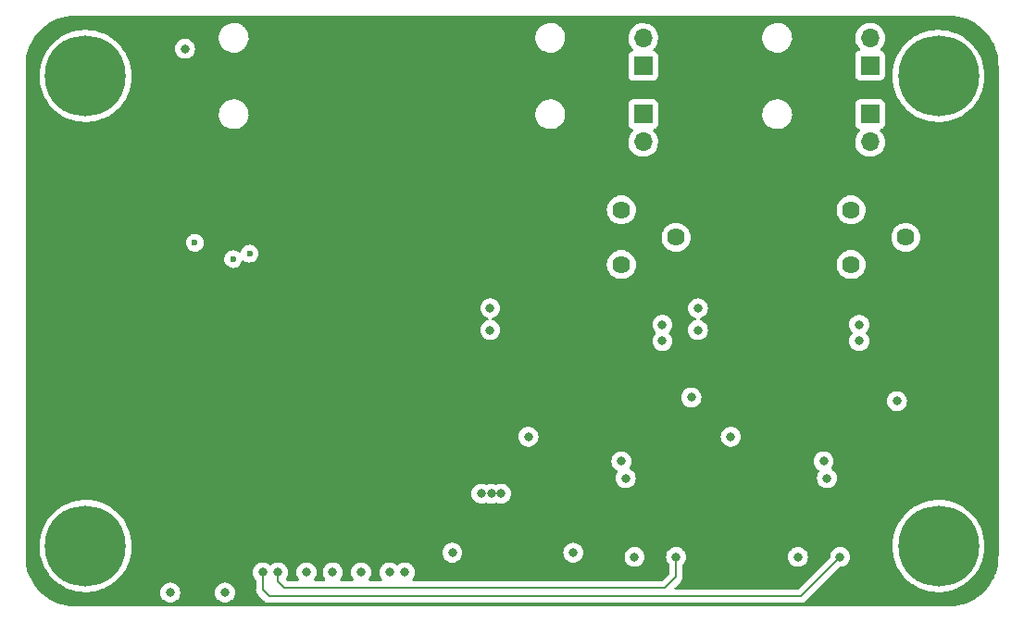
<source format=gbr>
%TF.GenerationSoftware,KiCad,Pcbnew,(6.0.0)*%
%TF.CreationDate,2022-06-06T22:40:39+03:00*%
%TF.ProjectId,analog_board,616e616c-6f67-45f6-926f-6172642e6b69,rev?*%
%TF.SameCoordinates,Original*%
%TF.FileFunction,Copper,L2,Inr*%
%TF.FilePolarity,Positive*%
%FSLAX46Y46*%
G04 Gerber Fmt 4.6, Leading zero omitted, Abs format (unit mm)*
G04 Created by KiCad (PCBNEW (6.0.0)) date 2022-06-06 22:40:39*
%MOMM*%
%LPD*%
G01*
G04 APERTURE LIST*
%TA.AperFunction,ComponentPad*%
%ADD10C,7.400000*%
%TD*%
%TA.AperFunction,ComponentPad*%
%ADD11C,1.620000*%
%TD*%
%TA.AperFunction,ComponentPad*%
%ADD12R,1.700000X1.700000*%
%TD*%
%TA.AperFunction,ComponentPad*%
%ADD13O,1.700000X1.700000*%
%TD*%
%TA.AperFunction,ViaPad*%
%ADD14C,0.800000*%
%TD*%
%TA.AperFunction,ViaPad*%
%ADD15C,0.600000*%
%TD*%
%TA.AperFunction,Conductor*%
%ADD16C,0.200000*%
%TD*%
G04 APERTURE END LIST*
D10*
%TO.N,unconnected-(H1-Pad1)*%
%TO.C,H1*%
X116000000Y-79000000D03*
%TD*%
%TO.N,unconnected-(H2-Pad1)*%
%TO.C,H2*%
X194000000Y-122000000D03*
%TD*%
%TO.N,unconnected-(H3-Pad1)*%
%TO.C,H3*%
X194000000Y-79000000D03*
%TD*%
%TO.N,unconnected-(H4-Pad1)*%
%TO.C,H4*%
X116000000Y-122000000D03*
%TD*%
D11*
%TO.N,Net-(R5-Pad2)*%
%TO.C,RV1*%
X186000000Y-91250000D03*
X191000000Y-93750000D03*
%TO.N,Net-(C7-Pad2)*%
X186000000Y-96250000D03*
%TD*%
%TO.N,Net-(R22-Pad2)*%
%TO.C,RV3*%
X165000000Y-91250000D03*
X170000000Y-93750000D03*
%TO.N,Net-(C14-Pad2)*%
X165000000Y-96250000D03*
%TD*%
D12*
%TO.N,Net-(J2-Pad1)*%
%TO.C,J2*%
X187750000Y-82500000D03*
D13*
%TO.N,/Amp1/IN-*%
X187750000Y-85040000D03*
%TD*%
D12*
%TO.N,Net-(J3-Pad1)*%
%TO.C,J6*%
X167000000Y-78075000D03*
D13*
%TO.N,GND*%
X167000000Y-75535000D03*
%TD*%
D12*
%TO.N,Net-(J3-Pad1)*%
%TO.C,J3*%
X167000000Y-82500000D03*
D13*
%TO.N,/Amp2/IN-*%
X167000000Y-85040000D03*
%TD*%
D12*
%TO.N,Net-(J2-Pad1)*%
%TO.C,J5*%
X187750000Y-78040000D03*
D13*
%TO.N,GND*%
X187750000Y-75500000D03*
%TD*%
D14*
%TO.N,GND*%
X156500000Y-112000000D03*
X181150000Y-123000000D03*
X171400000Y-108400000D03*
D15*
X126000000Y-94250000D03*
D14*
X166200000Y-123000000D03*
X125100000Y-76500000D03*
X183500000Y-114250000D03*
X168750000Y-103250000D03*
X172000000Y-100250000D03*
D15*
X131000000Y-95250000D03*
D14*
X160600000Y-122600000D03*
X165000000Y-114250000D03*
X153000000Y-100250000D03*
X175000000Y-112000000D03*
X186750000Y-103250000D03*
X149537500Y-122600000D03*
X190200000Y-108750000D03*
%TO.N,/IN6_L*%
X141200000Y-124400000D03*
%TO.N,/IN5_L*%
X138600000Y-124400000D03*
%TO.N,/MIXER_L*%
X145200000Y-124400000D03*
%TO.N,/IN1_MONO*%
X132200000Y-124400000D03*
X185000000Y-123000000D03*
%TO.N,/IN2_MONO*%
X133600000Y-124400000D03*
X170000000Y-123000000D03*
%TO.N,+VDC*%
X186750000Y-101750000D03*
X153000000Y-102250000D03*
X168750000Y-101750000D03*
X153100000Y-117200000D03*
X172000000Y-102250000D03*
X152200000Y-117200000D03*
X165400000Y-115800000D03*
D15*
X129500000Y-95750000D03*
D14*
X183800000Y-115800000D03*
X154000000Y-117200000D03*
%TO.N,-VDC*%
X161200000Y-115800000D03*
X156850000Y-117200000D03*
X186750000Y-104750000D03*
X153000000Y-106250000D03*
X157750000Y-117200000D03*
D15*
X127500000Y-97000000D03*
D14*
X155950000Y-117200000D03*
X168750000Y-104750000D03*
X172000000Y-106250000D03*
X179600000Y-115800000D03*
%TO.N,Net-(R41-Pad1)*%
X128750000Y-126250000D03*
%TO.N,Net-(R48-Pad2)*%
X123750000Y-126250000D03*
%TO.N,/IN4_MONO*%
X136200000Y-124400000D03*
%TO.N,/IN7_L*%
X143800000Y-124400000D03*
%TD*%
D16*
%TO.N,/IN1_MONO*%
X181400000Y-126600000D02*
X132800000Y-126600000D01*
X132200000Y-126000000D02*
X132200000Y-124400000D01*
X185000000Y-123000000D02*
X181400000Y-126600000D01*
X132800000Y-126600000D02*
X132200000Y-126000000D01*
%TO.N,/IN2_MONO*%
X133600000Y-125200000D02*
X133600000Y-124400000D01*
X170000000Y-124800000D02*
X169000000Y-125800000D01*
X170000000Y-123000000D02*
X170000000Y-124800000D01*
X169000000Y-125800000D02*
X134200000Y-125800000D01*
X134200000Y-125800000D02*
X133600000Y-125200000D01*
%TD*%
%TA.AperFunction,Conductor*%
%TO.N,-VDC*%
G36*
X194970057Y-73509500D02*
G01*
X194984858Y-73511805D01*
X194984861Y-73511805D01*
X194993730Y-73513186D01*
X195014158Y-73510515D01*
X195035983Y-73509571D01*
X195386007Y-73524853D01*
X195396958Y-73525811D01*
X195774579Y-73575527D01*
X195785403Y-73577436D01*
X196157243Y-73659870D01*
X196167860Y-73662715D01*
X196531110Y-73777248D01*
X196541425Y-73781001D01*
X196893334Y-73926766D01*
X196903269Y-73931399D01*
X197241128Y-74107278D01*
X197250637Y-74112768D01*
X197571860Y-74317410D01*
X197580864Y-74323714D01*
X197683931Y-74402800D01*
X197860195Y-74538051D01*
X197883043Y-74555583D01*
X197891460Y-74562647D01*
X198161377Y-74809979D01*
X198172268Y-74819959D01*
X198180037Y-74827728D01*
X198437050Y-75108209D01*
X198437351Y-75108537D01*
X198444417Y-75116957D01*
X198676286Y-75419136D01*
X198682590Y-75428140D01*
X198887232Y-75749363D01*
X198892722Y-75758872D01*
X199068601Y-76096731D01*
X199073234Y-76106666D01*
X199218996Y-76458568D01*
X199222752Y-76468890D01*
X199308040Y-76739385D01*
X199337285Y-76832139D01*
X199340130Y-76842756D01*
X199347783Y-76877279D01*
X199422564Y-77214597D01*
X199424473Y-77225421D01*
X199474189Y-77603042D01*
X199475147Y-77613993D01*
X199490104Y-77956583D01*
X199488724Y-77981461D01*
X199486814Y-77993730D01*
X199488638Y-78007678D01*
X199490936Y-78025251D01*
X199492000Y-78041589D01*
X199492000Y-122950672D01*
X199490500Y-122970056D01*
X199486814Y-122993730D01*
X199489485Y-123014158D01*
X199490429Y-123035983D01*
X199484825Y-123164332D01*
X199475147Y-123386007D01*
X199474189Y-123396958D01*
X199424473Y-123774579D01*
X199422564Y-123785403D01*
X199340130Y-124157243D01*
X199337285Y-124167860D01*
X199255824Y-124426223D01*
X199222755Y-124531103D01*
X199218999Y-124541425D01*
X199108503Y-124808188D01*
X199073238Y-124893325D01*
X199068601Y-124903269D01*
X198892722Y-125241128D01*
X198887232Y-125250637D01*
X198682590Y-125571860D01*
X198676286Y-125580864D01*
X198631664Y-125639017D01*
X198462257Y-125859794D01*
X198444417Y-125883043D01*
X198437353Y-125891460D01*
X198185346Y-126166479D01*
X198180041Y-126172268D01*
X198172272Y-126180037D01*
X197895813Y-126433365D01*
X197891463Y-126437351D01*
X197883046Y-126444414D01*
X197871268Y-126453452D01*
X197580864Y-126676286D01*
X197571860Y-126682590D01*
X197250637Y-126887232D01*
X197241128Y-126892722D01*
X196903269Y-127068601D01*
X196893334Y-127073234D01*
X196541425Y-127218999D01*
X196531110Y-127222752D01*
X196167861Y-127337285D01*
X196157243Y-127340130D01*
X195785403Y-127422564D01*
X195774579Y-127424473D01*
X195396958Y-127474189D01*
X195386007Y-127475147D01*
X195043417Y-127490104D01*
X195018539Y-127488724D01*
X195018160Y-127488665D01*
X195006270Y-127486814D01*
X194974749Y-127490936D01*
X194958411Y-127492000D01*
X115049328Y-127492000D01*
X115029943Y-127490500D01*
X115015142Y-127488195D01*
X115015139Y-127488195D01*
X115006270Y-127486814D01*
X114985842Y-127489485D01*
X114964017Y-127490429D01*
X114613993Y-127475147D01*
X114603042Y-127474189D01*
X114225421Y-127424473D01*
X114214597Y-127422564D01*
X113842757Y-127340130D01*
X113832139Y-127337285D01*
X113468890Y-127222752D01*
X113458575Y-127218999D01*
X113106666Y-127073234D01*
X113096731Y-127068601D01*
X112758872Y-126892722D01*
X112749363Y-126887232D01*
X112428140Y-126682590D01*
X112419136Y-126676286D01*
X112128732Y-126453452D01*
X112116954Y-126444414D01*
X112108537Y-126437351D01*
X112104187Y-126433365D01*
X111904079Y-126250000D01*
X122836496Y-126250000D01*
X122837186Y-126256565D01*
X122852480Y-126402075D01*
X122856458Y-126439928D01*
X122915473Y-126621556D01*
X123010960Y-126786944D01*
X123015378Y-126791851D01*
X123015379Y-126791852D01*
X123103919Y-126890186D01*
X123138747Y-126928866D01*
X123293248Y-127041118D01*
X123299276Y-127043802D01*
X123299278Y-127043803D01*
X123365391Y-127073238D01*
X123467712Y-127118794D01*
X123561113Y-127138647D01*
X123648056Y-127157128D01*
X123648061Y-127157128D01*
X123654513Y-127158500D01*
X123845487Y-127158500D01*
X123851939Y-127157128D01*
X123851944Y-127157128D01*
X123938887Y-127138647D01*
X124032288Y-127118794D01*
X124134609Y-127073238D01*
X124200722Y-127043803D01*
X124200724Y-127043802D01*
X124206752Y-127041118D01*
X124361253Y-126928866D01*
X124396081Y-126890186D01*
X124484621Y-126791852D01*
X124484622Y-126791851D01*
X124489040Y-126786944D01*
X124584527Y-126621556D01*
X124643542Y-126439928D01*
X124647521Y-126402075D01*
X124662814Y-126256565D01*
X124663504Y-126250000D01*
X127836496Y-126250000D01*
X127837186Y-126256565D01*
X127852480Y-126402075D01*
X127856458Y-126439928D01*
X127915473Y-126621556D01*
X128010960Y-126786944D01*
X128015378Y-126791851D01*
X128015379Y-126791852D01*
X128103919Y-126890186D01*
X128138747Y-126928866D01*
X128293248Y-127041118D01*
X128299276Y-127043802D01*
X128299278Y-127043803D01*
X128365391Y-127073238D01*
X128467712Y-127118794D01*
X128561113Y-127138647D01*
X128648056Y-127157128D01*
X128648061Y-127157128D01*
X128654513Y-127158500D01*
X128845487Y-127158500D01*
X128851939Y-127157128D01*
X128851944Y-127157128D01*
X128938887Y-127138647D01*
X129032288Y-127118794D01*
X129134609Y-127073238D01*
X129200722Y-127043803D01*
X129200724Y-127043802D01*
X129206752Y-127041118D01*
X129361253Y-126928866D01*
X129396081Y-126890186D01*
X129484621Y-126791852D01*
X129484622Y-126791851D01*
X129489040Y-126786944D01*
X129584527Y-126621556D01*
X129643542Y-126439928D01*
X129647521Y-126402075D01*
X129662814Y-126256565D01*
X129663504Y-126250000D01*
X129659579Y-126212651D01*
X129644232Y-126066635D01*
X129644232Y-126066633D01*
X129643542Y-126060072D01*
X129584527Y-125878444D01*
X129573760Y-125859794D01*
X129515832Y-125759461D01*
X129489040Y-125713056D01*
X129456120Y-125676494D01*
X129365675Y-125576045D01*
X129365674Y-125576044D01*
X129361253Y-125571134D01*
X129262157Y-125499136D01*
X129212094Y-125462763D01*
X129212093Y-125462762D01*
X129206752Y-125458882D01*
X129200724Y-125456198D01*
X129200722Y-125456197D01*
X129038319Y-125383891D01*
X129038318Y-125383891D01*
X129032288Y-125381206D01*
X128927117Y-125358851D01*
X128851944Y-125342872D01*
X128851939Y-125342872D01*
X128845487Y-125341500D01*
X128654513Y-125341500D01*
X128648061Y-125342872D01*
X128648056Y-125342872D01*
X128572883Y-125358851D01*
X128467712Y-125381206D01*
X128461682Y-125383891D01*
X128461681Y-125383891D01*
X128299278Y-125456197D01*
X128299276Y-125456198D01*
X128293248Y-125458882D01*
X128287907Y-125462762D01*
X128287906Y-125462763D01*
X128237843Y-125499136D01*
X128138747Y-125571134D01*
X128134326Y-125576044D01*
X128134325Y-125576045D01*
X128043881Y-125676494D01*
X128010960Y-125713056D01*
X127984168Y-125759461D01*
X127926241Y-125859794D01*
X127915473Y-125878444D01*
X127856458Y-126060072D01*
X127855768Y-126066633D01*
X127855768Y-126066635D01*
X127840421Y-126212651D01*
X127836496Y-126250000D01*
X124663504Y-126250000D01*
X124659579Y-126212651D01*
X124644232Y-126066635D01*
X124644232Y-126066633D01*
X124643542Y-126060072D01*
X124584527Y-125878444D01*
X124573760Y-125859794D01*
X124515832Y-125759461D01*
X124489040Y-125713056D01*
X124456120Y-125676494D01*
X124365675Y-125576045D01*
X124365674Y-125576044D01*
X124361253Y-125571134D01*
X124262157Y-125499136D01*
X124212094Y-125462763D01*
X124212093Y-125462762D01*
X124206752Y-125458882D01*
X124200724Y-125456198D01*
X124200722Y-125456197D01*
X124038319Y-125383891D01*
X124038318Y-125383891D01*
X124032288Y-125381206D01*
X123927117Y-125358851D01*
X123851944Y-125342872D01*
X123851939Y-125342872D01*
X123845487Y-125341500D01*
X123654513Y-125341500D01*
X123648061Y-125342872D01*
X123648056Y-125342872D01*
X123572883Y-125358851D01*
X123467712Y-125381206D01*
X123461682Y-125383891D01*
X123461681Y-125383891D01*
X123299278Y-125456197D01*
X123299276Y-125456198D01*
X123293248Y-125458882D01*
X123287907Y-125462762D01*
X123287906Y-125462763D01*
X123237843Y-125499136D01*
X123138747Y-125571134D01*
X123134326Y-125576044D01*
X123134325Y-125576045D01*
X123043881Y-125676494D01*
X123010960Y-125713056D01*
X122984168Y-125759461D01*
X122926241Y-125859794D01*
X122915473Y-125878444D01*
X122856458Y-126060072D01*
X122855768Y-126066633D01*
X122855768Y-126066635D01*
X122840421Y-126212651D01*
X122836496Y-126250000D01*
X111904079Y-126250000D01*
X111827728Y-126180037D01*
X111819959Y-126172268D01*
X111814655Y-126166479D01*
X111562647Y-125891460D01*
X111555583Y-125883043D01*
X111537744Y-125859794D01*
X111368336Y-125639017D01*
X111323714Y-125580864D01*
X111317410Y-125571860D01*
X111112768Y-125250637D01*
X111107278Y-125241128D01*
X110931399Y-124903269D01*
X110926762Y-124893325D01*
X110891498Y-124808188D01*
X110781001Y-124541425D01*
X110777245Y-124531103D01*
X110744177Y-124426223D01*
X110662715Y-124167860D01*
X110659870Y-124157243D01*
X110577436Y-123785403D01*
X110575527Y-123774579D01*
X110525811Y-123396957D01*
X110524853Y-123386006D01*
X110510059Y-123047173D01*
X110511686Y-123020769D01*
X110512263Y-123017342D01*
X110512263Y-123017340D01*
X110513071Y-123012539D01*
X110513224Y-123000000D01*
X110509273Y-122972412D01*
X110508000Y-122954549D01*
X110508000Y-121941169D01*
X111786836Y-121941169D01*
X111786944Y-121944258D01*
X111800105Y-122321134D01*
X111801203Y-122352583D01*
X111801609Y-122355627D01*
X111801610Y-122355637D01*
X111809749Y-122416635D01*
X111855648Y-122760631D01*
X111856348Y-122763615D01*
X111856349Y-122763621D01*
X111920232Y-123035987D01*
X111949652Y-123161419D01*
X112082317Y-123551120D01*
X112252377Y-123926016D01*
X112458210Y-124282528D01*
X112459999Y-124285026D01*
X112460001Y-124285030D01*
X112673588Y-124583365D01*
X112697849Y-124617253D01*
X112699876Y-124619568D01*
X112699878Y-124619571D01*
X112832931Y-124771556D01*
X112969008Y-124926995D01*
X113269098Y-125208799D01*
X113595256Y-125459974D01*
X113597859Y-125461601D01*
X113597864Y-125461604D01*
X113680802Y-125513429D01*
X113944367Y-125678123D01*
X114313099Y-125861163D01*
X114697934Y-126007348D01*
X115095197Y-126115282D01*
X115098240Y-126115797D01*
X115098246Y-126115798D01*
X115498055Y-126183421D01*
X115498062Y-126183422D01*
X115501096Y-126183935D01*
X115504167Y-126184150D01*
X115504169Y-126184150D01*
X115908692Y-126212437D01*
X115908700Y-126212437D01*
X115911758Y-126212651D01*
X116175974Y-126205271D01*
X116320187Y-126201243D01*
X116320190Y-126201243D01*
X116323261Y-126201157D01*
X116326314Y-126200771D01*
X116326318Y-126200771D01*
X116490409Y-126180041D01*
X116731680Y-126149561D01*
X116734684Y-126148879D01*
X116734687Y-126148878D01*
X117130118Y-126059039D01*
X117130124Y-126059037D01*
X117133114Y-126058358D01*
X117188661Y-126039880D01*
X117520808Y-125929389D01*
X117520814Y-125929387D01*
X117523732Y-125928416D01*
X117621855Y-125884729D01*
X117897006Y-125762224D01*
X117897012Y-125762221D01*
X117899806Y-125760977D01*
X117922736Y-125747951D01*
X118255073Y-125559158D01*
X118255081Y-125559153D01*
X118257746Y-125557639D01*
X118594136Y-125320342D01*
X118671634Y-125253448D01*
X118903426Y-125053370D01*
X118905764Y-125051352D01*
X118907885Y-125049125D01*
X118907891Y-125049119D01*
X119187538Y-124755460D01*
X119189655Y-124753237D01*
X119294087Y-124619571D01*
X119441191Y-124431286D01*
X119441193Y-124431283D01*
X119443101Y-124428841D01*
X119444757Y-124426231D01*
X119444763Y-124426223D01*
X119461405Y-124400000D01*
X131286496Y-124400000D01*
X131306458Y-124589928D01*
X131365473Y-124771556D01*
X131368776Y-124777278D01*
X131368777Y-124777279D01*
X131402686Y-124836010D01*
X131460960Y-124936944D01*
X131465378Y-124941851D01*
X131465379Y-124941852D01*
X131559136Y-125045980D01*
X131589854Y-125109987D01*
X131591500Y-125130290D01*
X131591500Y-125951864D01*
X131590422Y-125968307D01*
X131586250Y-126000000D01*
X131587328Y-126008189D01*
X131591500Y-126039880D01*
X131591500Y-126039885D01*
X131600320Y-126106876D01*
X131607162Y-126158851D01*
X131668476Y-126306876D01*
X131673503Y-126313427D01*
X131673504Y-126313429D01*
X131741520Y-126402069D01*
X131741526Y-126402075D01*
X131766013Y-126433987D01*
X131772568Y-126439017D01*
X131791379Y-126453452D01*
X131803770Y-126464319D01*
X132335685Y-126996234D01*
X132346552Y-127008625D01*
X132366013Y-127033987D01*
X132397925Y-127058474D01*
X132397928Y-127058477D01*
X132493124Y-127131524D01*
X132641149Y-127192838D01*
X132649336Y-127193916D01*
X132649337Y-127193916D01*
X132660542Y-127195391D01*
X132691738Y-127199498D01*
X132760115Y-127208500D01*
X132760118Y-127208500D01*
X132760126Y-127208501D01*
X132791811Y-127212672D01*
X132800000Y-127213750D01*
X132831693Y-127209578D01*
X132848136Y-127208500D01*
X181351864Y-127208500D01*
X181368307Y-127209578D01*
X181400000Y-127213750D01*
X181408189Y-127212672D01*
X181439874Y-127208501D01*
X181439884Y-127208500D01*
X181439885Y-127208500D01*
X181439901Y-127208498D01*
X181539457Y-127195391D01*
X181550664Y-127193916D01*
X181550666Y-127193915D01*
X181558851Y-127192838D01*
X181706876Y-127131524D01*
X181802072Y-127058477D01*
X181802075Y-127058474D01*
X181833987Y-127033987D01*
X181839017Y-127027432D01*
X181853452Y-127008621D01*
X181864319Y-126996230D01*
X184915144Y-123945405D01*
X184977456Y-123911379D01*
X185004239Y-123908500D01*
X185095487Y-123908500D01*
X185101939Y-123907128D01*
X185101944Y-123907128D01*
X185188888Y-123888647D01*
X185282288Y-123868794D01*
X185295176Y-123863056D01*
X185450722Y-123793803D01*
X185450724Y-123793802D01*
X185456752Y-123791118D01*
X185611253Y-123678866D01*
X185674267Y-123608882D01*
X185734621Y-123541852D01*
X185734622Y-123541851D01*
X185739040Y-123536944D01*
X185834527Y-123371556D01*
X185893542Y-123189928D01*
X185896539Y-123161419D01*
X185912814Y-123006565D01*
X185913504Y-123000000D01*
X185908727Y-122954549D01*
X185894232Y-122816635D01*
X185894232Y-122816633D01*
X185893542Y-122810072D01*
X185834527Y-122628444D01*
X185739040Y-122463056D01*
X185697243Y-122416635D01*
X185615675Y-122326045D01*
X185615674Y-122326044D01*
X185611253Y-122321134D01*
X185456752Y-122208882D01*
X185450724Y-122206198D01*
X185450722Y-122206197D01*
X185288319Y-122133891D01*
X185288318Y-122133891D01*
X185282288Y-122131206D01*
X185188887Y-122111353D01*
X185101944Y-122092872D01*
X185101939Y-122092872D01*
X185095487Y-122091500D01*
X184904513Y-122091500D01*
X184898061Y-122092872D01*
X184898056Y-122092872D01*
X184811113Y-122111353D01*
X184717712Y-122131206D01*
X184711682Y-122133891D01*
X184711681Y-122133891D01*
X184549278Y-122206197D01*
X184549276Y-122206198D01*
X184543248Y-122208882D01*
X184388747Y-122321134D01*
X184384326Y-122326044D01*
X184384325Y-122326045D01*
X184302758Y-122416635D01*
X184260960Y-122463056D01*
X184165473Y-122628444D01*
X184106458Y-122810072D01*
X184105768Y-122816633D01*
X184105768Y-122816635D01*
X184091273Y-122954549D01*
X184086496Y-123000000D01*
X184086684Y-123001786D01*
X184067184Y-123068196D01*
X184050281Y-123089170D01*
X181184856Y-125954595D01*
X181122544Y-125988621D01*
X181095761Y-125991500D01*
X169973239Y-125991500D01*
X169905118Y-125971498D01*
X169858625Y-125917842D01*
X169848521Y-125847568D01*
X169878015Y-125782988D01*
X169884144Y-125776405D01*
X170396234Y-125264315D01*
X170408625Y-125253448D01*
X170427437Y-125239013D01*
X170433987Y-125233987D01*
X170458474Y-125202075D01*
X170458478Y-125202071D01*
X170531524Y-125106876D01*
X170592838Y-124958851D01*
X170596475Y-124931229D01*
X170612673Y-124808188D01*
X170613751Y-124800000D01*
X170609578Y-124768301D01*
X170608500Y-124751856D01*
X170608500Y-123730290D01*
X170628502Y-123662169D01*
X170640864Y-123645980D01*
X170734621Y-123541852D01*
X170734622Y-123541851D01*
X170739040Y-123536944D01*
X170834527Y-123371556D01*
X170893542Y-123189928D01*
X170896539Y-123161419D01*
X170912814Y-123006565D01*
X170913504Y-123000000D01*
X180236496Y-123000000D01*
X180237186Y-123006565D01*
X180253462Y-123161419D01*
X180256458Y-123189928D01*
X180315473Y-123371556D01*
X180410960Y-123536944D01*
X180415378Y-123541851D01*
X180415379Y-123541852D01*
X180475733Y-123608882D01*
X180538747Y-123678866D01*
X180693248Y-123791118D01*
X180699276Y-123793802D01*
X180699278Y-123793803D01*
X180854824Y-123863056D01*
X180867712Y-123868794D01*
X180961112Y-123888647D01*
X181048056Y-123907128D01*
X181048061Y-123907128D01*
X181054513Y-123908500D01*
X181245487Y-123908500D01*
X181251939Y-123907128D01*
X181251944Y-123907128D01*
X181338888Y-123888647D01*
X181432288Y-123868794D01*
X181445176Y-123863056D01*
X181600722Y-123793803D01*
X181600724Y-123793802D01*
X181606752Y-123791118D01*
X181761253Y-123678866D01*
X181824267Y-123608882D01*
X181884621Y-123541852D01*
X181884622Y-123541851D01*
X181889040Y-123536944D01*
X181984527Y-123371556D01*
X182043542Y-123189928D01*
X182046539Y-123161419D01*
X182062814Y-123006565D01*
X182063504Y-123000000D01*
X182058727Y-122954549D01*
X182044232Y-122816635D01*
X182044232Y-122816633D01*
X182043542Y-122810072D01*
X181984527Y-122628444D01*
X181889040Y-122463056D01*
X181847243Y-122416635D01*
X181765675Y-122326045D01*
X181765674Y-122326044D01*
X181761253Y-122321134D01*
X181606752Y-122208882D01*
X181600724Y-122206198D01*
X181600722Y-122206197D01*
X181438319Y-122133891D01*
X181438318Y-122133891D01*
X181432288Y-122131206D01*
X181338887Y-122111353D01*
X181251944Y-122092872D01*
X181251939Y-122092872D01*
X181245487Y-122091500D01*
X181054513Y-122091500D01*
X181048061Y-122092872D01*
X181048056Y-122092872D01*
X180961113Y-122111353D01*
X180867712Y-122131206D01*
X180861682Y-122133891D01*
X180861681Y-122133891D01*
X180699278Y-122206197D01*
X180699276Y-122206198D01*
X180693248Y-122208882D01*
X180538747Y-122321134D01*
X180534326Y-122326044D01*
X180534325Y-122326045D01*
X180452758Y-122416635D01*
X180410960Y-122463056D01*
X180315473Y-122628444D01*
X180256458Y-122810072D01*
X180255768Y-122816633D01*
X180255768Y-122816635D01*
X180241273Y-122954549D01*
X180236496Y-123000000D01*
X170913504Y-123000000D01*
X170908727Y-122954549D01*
X170894232Y-122816635D01*
X170894232Y-122816633D01*
X170893542Y-122810072D01*
X170834527Y-122628444D01*
X170739040Y-122463056D01*
X170697243Y-122416635D01*
X170615675Y-122326045D01*
X170615674Y-122326044D01*
X170611253Y-122321134D01*
X170456752Y-122208882D01*
X170450724Y-122206198D01*
X170450722Y-122206197D01*
X170288319Y-122133891D01*
X170288318Y-122133891D01*
X170282288Y-122131206D01*
X170188887Y-122111353D01*
X170101944Y-122092872D01*
X170101939Y-122092872D01*
X170095487Y-122091500D01*
X169904513Y-122091500D01*
X169898061Y-122092872D01*
X169898056Y-122092872D01*
X169811113Y-122111353D01*
X169717712Y-122131206D01*
X169711682Y-122133891D01*
X169711681Y-122133891D01*
X169549278Y-122206197D01*
X169549276Y-122206198D01*
X169543248Y-122208882D01*
X169388747Y-122321134D01*
X169384326Y-122326044D01*
X169384325Y-122326045D01*
X169302758Y-122416635D01*
X169260960Y-122463056D01*
X169165473Y-122628444D01*
X169106458Y-122810072D01*
X169105768Y-122816633D01*
X169105768Y-122816635D01*
X169091273Y-122954549D01*
X169086496Y-123000000D01*
X169087186Y-123006565D01*
X169103462Y-123161419D01*
X169106458Y-123189928D01*
X169165473Y-123371556D01*
X169260960Y-123536944D01*
X169265378Y-123541851D01*
X169265379Y-123541852D01*
X169359136Y-123645980D01*
X169389854Y-123709987D01*
X169391500Y-123730290D01*
X169391500Y-124495761D01*
X169371498Y-124563882D01*
X169354595Y-124584856D01*
X168784856Y-125154595D01*
X168722544Y-125188621D01*
X168695761Y-125191500D01*
X145992837Y-125191500D01*
X145924716Y-125171498D01*
X145878223Y-125117842D01*
X145868119Y-125047568D01*
X145899199Y-124981192D01*
X145939040Y-124936944D01*
X145997314Y-124836010D01*
X146031223Y-124777279D01*
X146031224Y-124777278D01*
X146034527Y-124771556D01*
X146093542Y-124589928D01*
X146113504Y-124400000D01*
X146093542Y-124210072D01*
X146034527Y-124028444D01*
X145939040Y-123863056D01*
X145876685Y-123793803D01*
X145815675Y-123726045D01*
X145815674Y-123726044D01*
X145811253Y-123721134D01*
X145656752Y-123608882D01*
X145650724Y-123606198D01*
X145650722Y-123606197D01*
X145488319Y-123533891D01*
X145488318Y-123533891D01*
X145482288Y-123531206D01*
X145388887Y-123511353D01*
X145301944Y-123492872D01*
X145301939Y-123492872D01*
X145295487Y-123491500D01*
X145104513Y-123491500D01*
X145098061Y-123492872D01*
X145098056Y-123492872D01*
X145011113Y-123511353D01*
X144917712Y-123531206D01*
X144911682Y-123533891D01*
X144911681Y-123533891D01*
X144749278Y-123606197D01*
X144749276Y-123606198D01*
X144743248Y-123608882D01*
X144737907Y-123612762D01*
X144737906Y-123612763D01*
X144598821Y-123713815D01*
X144588747Y-123721134D01*
X144584325Y-123726045D01*
X144584313Y-123726056D01*
X144520306Y-123756775D01*
X144449852Y-123748013D01*
X144415687Y-123726056D01*
X144415675Y-123726045D01*
X144411253Y-123721134D01*
X144401180Y-123713815D01*
X144262094Y-123612763D01*
X144262093Y-123612762D01*
X144256752Y-123608882D01*
X144250724Y-123606198D01*
X144250722Y-123606197D01*
X144088319Y-123533891D01*
X144088318Y-123533891D01*
X144082288Y-123531206D01*
X143988887Y-123511353D01*
X143901944Y-123492872D01*
X143901939Y-123492872D01*
X143895487Y-123491500D01*
X143704513Y-123491500D01*
X143698061Y-123492872D01*
X143698056Y-123492872D01*
X143611113Y-123511353D01*
X143517712Y-123531206D01*
X143511682Y-123533891D01*
X143511681Y-123533891D01*
X143349278Y-123606197D01*
X143349276Y-123606198D01*
X143343248Y-123608882D01*
X143188747Y-123721134D01*
X143184326Y-123726044D01*
X143184325Y-123726045D01*
X143123316Y-123793803D01*
X143060960Y-123863056D01*
X142965473Y-124028444D01*
X142906458Y-124210072D01*
X142886496Y-124400000D01*
X142906458Y-124589928D01*
X142965473Y-124771556D01*
X142968776Y-124777278D01*
X142968777Y-124777279D01*
X143002686Y-124836010D01*
X143060960Y-124936944D01*
X143100801Y-124981192D01*
X143131517Y-125045198D01*
X143122752Y-125115651D01*
X143077289Y-125170182D01*
X143007163Y-125191500D01*
X141992837Y-125191500D01*
X141924716Y-125171498D01*
X141878223Y-125117842D01*
X141868119Y-125047568D01*
X141899199Y-124981192D01*
X141939040Y-124936944D01*
X141997314Y-124836010D01*
X142031223Y-124777279D01*
X142031224Y-124777278D01*
X142034527Y-124771556D01*
X142093542Y-124589928D01*
X142113504Y-124400000D01*
X142093542Y-124210072D01*
X142034527Y-124028444D01*
X141939040Y-123863056D01*
X141876685Y-123793803D01*
X141815675Y-123726045D01*
X141815674Y-123726044D01*
X141811253Y-123721134D01*
X141656752Y-123608882D01*
X141650724Y-123606198D01*
X141650722Y-123606197D01*
X141488319Y-123533891D01*
X141488318Y-123533891D01*
X141482288Y-123531206D01*
X141388887Y-123511353D01*
X141301944Y-123492872D01*
X141301939Y-123492872D01*
X141295487Y-123491500D01*
X141104513Y-123491500D01*
X141098061Y-123492872D01*
X141098056Y-123492872D01*
X141011113Y-123511353D01*
X140917712Y-123531206D01*
X140911682Y-123533891D01*
X140911681Y-123533891D01*
X140749278Y-123606197D01*
X140749276Y-123606198D01*
X140743248Y-123608882D01*
X140588747Y-123721134D01*
X140584326Y-123726044D01*
X140584325Y-123726045D01*
X140523316Y-123793803D01*
X140460960Y-123863056D01*
X140365473Y-124028444D01*
X140306458Y-124210072D01*
X140286496Y-124400000D01*
X140306458Y-124589928D01*
X140365473Y-124771556D01*
X140368776Y-124777278D01*
X140368777Y-124777279D01*
X140402686Y-124836010D01*
X140460960Y-124936944D01*
X140500801Y-124981192D01*
X140531517Y-125045198D01*
X140522752Y-125115651D01*
X140477289Y-125170182D01*
X140407163Y-125191500D01*
X139392837Y-125191500D01*
X139324716Y-125171498D01*
X139278223Y-125117842D01*
X139268119Y-125047568D01*
X139299199Y-124981192D01*
X139339040Y-124936944D01*
X139397314Y-124836010D01*
X139431223Y-124777279D01*
X139431224Y-124777278D01*
X139434527Y-124771556D01*
X139493542Y-124589928D01*
X139513504Y-124400000D01*
X139493542Y-124210072D01*
X139434527Y-124028444D01*
X139339040Y-123863056D01*
X139276685Y-123793803D01*
X139215675Y-123726045D01*
X139215674Y-123726044D01*
X139211253Y-123721134D01*
X139056752Y-123608882D01*
X139050724Y-123606198D01*
X139050722Y-123606197D01*
X138888319Y-123533891D01*
X138888318Y-123533891D01*
X138882288Y-123531206D01*
X138788887Y-123511353D01*
X138701944Y-123492872D01*
X138701939Y-123492872D01*
X138695487Y-123491500D01*
X138504513Y-123491500D01*
X138498061Y-123492872D01*
X138498056Y-123492872D01*
X138411113Y-123511353D01*
X138317712Y-123531206D01*
X138311682Y-123533891D01*
X138311681Y-123533891D01*
X138149278Y-123606197D01*
X138149276Y-123606198D01*
X138143248Y-123608882D01*
X137988747Y-123721134D01*
X137984326Y-123726044D01*
X137984325Y-123726045D01*
X137923316Y-123793803D01*
X137860960Y-123863056D01*
X137765473Y-124028444D01*
X137706458Y-124210072D01*
X137686496Y-124400000D01*
X137706458Y-124589928D01*
X137765473Y-124771556D01*
X137768776Y-124777278D01*
X137768777Y-124777279D01*
X137802686Y-124836010D01*
X137860960Y-124936944D01*
X137900801Y-124981192D01*
X137931517Y-125045198D01*
X137922752Y-125115651D01*
X137877289Y-125170182D01*
X137807163Y-125191500D01*
X136992837Y-125191500D01*
X136924716Y-125171498D01*
X136878223Y-125117842D01*
X136868119Y-125047568D01*
X136899199Y-124981192D01*
X136939040Y-124936944D01*
X136997314Y-124836010D01*
X137031223Y-124777279D01*
X137031224Y-124777278D01*
X137034527Y-124771556D01*
X137093542Y-124589928D01*
X137113504Y-124400000D01*
X137093542Y-124210072D01*
X137034527Y-124028444D01*
X136939040Y-123863056D01*
X136876685Y-123793803D01*
X136815675Y-123726045D01*
X136815674Y-123726044D01*
X136811253Y-123721134D01*
X136656752Y-123608882D01*
X136650724Y-123606198D01*
X136650722Y-123606197D01*
X136488319Y-123533891D01*
X136488318Y-123533891D01*
X136482288Y-123531206D01*
X136388887Y-123511353D01*
X136301944Y-123492872D01*
X136301939Y-123492872D01*
X136295487Y-123491500D01*
X136104513Y-123491500D01*
X136098061Y-123492872D01*
X136098056Y-123492872D01*
X136011113Y-123511353D01*
X135917712Y-123531206D01*
X135911682Y-123533891D01*
X135911681Y-123533891D01*
X135749278Y-123606197D01*
X135749276Y-123606198D01*
X135743248Y-123608882D01*
X135588747Y-123721134D01*
X135584326Y-123726044D01*
X135584325Y-123726045D01*
X135523316Y-123793803D01*
X135460960Y-123863056D01*
X135365473Y-124028444D01*
X135306458Y-124210072D01*
X135286496Y-124400000D01*
X135306458Y-124589928D01*
X135365473Y-124771556D01*
X135368776Y-124777278D01*
X135368777Y-124777279D01*
X135402686Y-124836010D01*
X135460960Y-124936944D01*
X135500801Y-124981192D01*
X135531517Y-125045198D01*
X135522752Y-125115651D01*
X135477289Y-125170182D01*
X135407163Y-125191500D01*
X134504239Y-125191500D01*
X134436118Y-125171498D01*
X134415144Y-125154595D01*
X134355077Y-125094528D01*
X134321051Y-125032216D01*
X134326116Y-124961401D01*
X134339195Y-124937033D01*
X134339040Y-124936944D01*
X134341922Y-124931952D01*
X134434527Y-124771556D01*
X134493542Y-124589928D01*
X134513504Y-124400000D01*
X134493542Y-124210072D01*
X134434527Y-124028444D01*
X134339040Y-123863056D01*
X134276685Y-123793803D01*
X134215675Y-123726045D01*
X134215674Y-123726044D01*
X134211253Y-123721134D01*
X134056752Y-123608882D01*
X134050724Y-123606198D01*
X134050722Y-123606197D01*
X133888319Y-123533891D01*
X133888318Y-123533891D01*
X133882288Y-123531206D01*
X133788887Y-123511353D01*
X133701944Y-123492872D01*
X133701939Y-123492872D01*
X133695487Y-123491500D01*
X133504513Y-123491500D01*
X133498061Y-123492872D01*
X133498056Y-123492872D01*
X133411113Y-123511353D01*
X133317712Y-123531206D01*
X133311682Y-123533891D01*
X133311681Y-123533891D01*
X133149278Y-123606197D01*
X133149276Y-123606198D01*
X133143248Y-123608882D01*
X133137907Y-123612762D01*
X133137906Y-123612763D01*
X132998821Y-123713815D01*
X132988747Y-123721134D01*
X132984325Y-123726045D01*
X132984313Y-123726056D01*
X132920306Y-123756775D01*
X132849852Y-123748013D01*
X132815687Y-123726056D01*
X132815675Y-123726045D01*
X132811253Y-123721134D01*
X132801180Y-123713815D01*
X132662094Y-123612763D01*
X132662093Y-123612762D01*
X132656752Y-123608882D01*
X132650724Y-123606198D01*
X132650722Y-123606197D01*
X132488319Y-123533891D01*
X132488318Y-123533891D01*
X132482288Y-123531206D01*
X132388887Y-123511353D01*
X132301944Y-123492872D01*
X132301939Y-123492872D01*
X132295487Y-123491500D01*
X132104513Y-123491500D01*
X132098061Y-123492872D01*
X132098056Y-123492872D01*
X132011113Y-123511353D01*
X131917712Y-123531206D01*
X131911682Y-123533891D01*
X131911681Y-123533891D01*
X131749278Y-123606197D01*
X131749276Y-123606198D01*
X131743248Y-123608882D01*
X131588747Y-123721134D01*
X131584326Y-123726044D01*
X131584325Y-123726045D01*
X131523316Y-123793803D01*
X131460960Y-123863056D01*
X131365473Y-124028444D01*
X131306458Y-124210072D01*
X131286496Y-124400000D01*
X119461405Y-124400000D01*
X119662029Y-124083866D01*
X119662031Y-124083863D01*
X119663682Y-124081261D01*
X119849292Y-123713815D01*
X119864753Y-123673955D01*
X119997045Y-123332887D01*
X119997048Y-123332877D01*
X119998160Y-123330011D01*
X120098661Y-122970057D01*
X120108037Y-122936477D01*
X120108038Y-122936475D01*
X120108865Y-122933511D01*
X120167672Y-122600000D01*
X148623996Y-122600000D01*
X148624686Y-122606565D01*
X148640559Y-122757585D01*
X148643958Y-122789928D01*
X148702973Y-122971556D01*
X148706276Y-122977278D01*
X148706277Y-122977279D01*
X148723185Y-123006565D01*
X148798460Y-123136944D01*
X148802878Y-123141851D01*
X148802879Y-123141852D01*
X148846167Y-123189928D01*
X148926247Y-123278866D01*
X149080748Y-123391118D01*
X149086776Y-123393802D01*
X149086778Y-123393803D01*
X149224760Y-123455236D01*
X149255212Y-123468794D01*
X149348613Y-123488647D01*
X149435556Y-123507128D01*
X149435561Y-123507128D01*
X149442013Y-123508500D01*
X149632987Y-123508500D01*
X149639439Y-123507128D01*
X149639444Y-123507128D01*
X149726387Y-123488647D01*
X149819788Y-123468794D01*
X149850240Y-123455236D01*
X149988222Y-123393803D01*
X149988224Y-123393802D01*
X149994252Y-123391118D01*
X150148753Y-123278866D01*
X150228833Y-123189928D01*
X150272121Y-123141852D01*
X150272122Y-123141851D01*
X150276540Y-123136944D01*
X150351815Y-123006565D01*
X150368723Y-122977279D01*
X150368724Y-122977278D01*
X150372027Y-122971556D01*
X150431042Y-122789928D01*
X150434442Y-122757585D01*
X150450314Y-122606565D01*
X150451004Y-122600000D01*
X159686496Y-122600000D01*
X159687186Y-122606565D01*
X159703059Y-122757585D01*
X159706458Y-122789928D01*
X159765473Y-122971556D01*
X159768776Y-122977278D01*
X159768777Y-122977279D01*
X159785685Y-123006565D01*
X159860960Y-123136944D01*
X159865378Y-123141851D01*
X159865379Y-123141852D01*
X159908667Y-123189928D01*
X159988747Y-123278866D01*
X160143248Y-123391118D01*
X160149276Y-123393802D01*
X160149278Y-123393803D01*
X160287260Y-123455236D01*
X160317712Y-123468794D01*
X160411113Y-123488647D01*
X160498056Y-123507128D01*
X160498061Y-123507128D01*
X160504513Y-123508500D01*
X160695487Y-123508500D01*
X160701939Y-123507128D01*
X160701944Y-123507128D01*
X160788887Y-123488647D01*
X160882288Y-123468794D01*
X160912740Y-123455236D01*
X161050722Y-123393803D01*
X161050724Y-123393802D01*
X161056752Y-123391118D01*
X161211253Y-123278866D01*
X161291333Y-123189928D01*
X161334621Y-123141852D01*
X161334622Y-123141851D01*
X161339040Y-123136944D01*
X161414315Y-123006565D01*
X161418105Y-123000000D01*
X165286496Y-123000000D01*
X165287186Y-123006565D01*
X165303462Y-123161419D01*
X165306458Y-123189928D01*
X165365473Y-123371556D01*
X165460960Y-123536944D01*
X165465378Y-123541851D01*
X165465379Y-123541852D01*
X165525733Y-123608882D01*
X165588747Y-123678866D01*
X165743248Y-123791118D01*
X165749276Y-123793802D01*
X165749278Y-123793803D01*
X165904824Y-123863056D01*
X165917712Y-123868794D01*
X166011112Y-123888647D01*
X166098056Y-123907128D01*
X166098061Y-123907128D01*
X166104513Y-123908500D01*
X166295487Y-123908500D01*
X166301939Y-123907128D01*
X166301944Y-123907128D01*
X166388888Y-123888647D01*
X166482288Y-123868794D01*
X166495176Y-123863056D01*
X166650722Y-123793803D01*
X166650724Y-123793802D01*
X166656752Y-123791118D01*
X166811253Y-123678866D01*
X166874267Y-123608882D01*
X166934621Y-123541852D01*
X166934622Y-123541851D01*
X166939040Y-123536944D01*
X167034527Y-123371556D01*
X167093542Y-123189928D01*
X167096539Y-123161419D01*
X167112814Y-123006565D01*
X167113504Y-123000000D01*
X167108727Y-122954549D01*
X167094232Y-122816635D01*
X167094232Y-122816633D01*
X167093542Y-122810072D01*
X167034527Y-122628444D01*
X166939040Y-122463056D01*
X166897243Y-122416635D01*
X166815675Y-122326045D01*
X166815674Y-122326044D01*
X166811253Y-122321134D01*
X166656752Y-122208882D01*
X166650724Y-122206198D01*
X166650722Y-122206197D01*
X166488319Y-122133891D01*
X166488318Y-122133891D01*
X166482288Y-122131206D01*
X166388887Y-122111353D01*
X166301944Y-122092872D01*
X166301939Y-122092872D01*
X166295487Y-122091500D01*
X166104513Y-122091500D01*
X166098061Y-122092872D01*
X166098056Y-122092872D01*
X166011113Y-122111353D01*
X165917712Y-122131206D01*
X165911682Y-122133891D01*
X165911681Y-122133891D01*
X165749278Y-122206197D01*
X165749276Y-122206198D01*
X165743248Y-122208882D01*
X165588747Y-122321134D01*
X165584326Y-122326044D01*
X165584325Y-122326045D01*
X165502758Y-122416635D01*
X165460960Y-122463056D01*
X165365473Y-122628444D01*
X165306458Y-122810072D01*
X165305768Y-122816633D01*
X165305768Y-122816635D01*
X165291273Y-122954549D01*
X165286496Y-123000000D01*
X161418105Y-123000000D01*
X161431223Y-122977279D01*
X161431224Y-122977278D01*
X161434527Y-122971556D01*
X161493542Y-122789928D01*
X161496942Y-122757585D01*
X161512814Y-122606565D01*
X161513504Y-122600000D01*
X161493542Y-122410072D01*
X161434527Y-122228444D01*
X161339040Y-122063056D01*
X161229293Y-121941169D01*
X189786836Y-121941169D01*
X189786944Y-121944258D01*
X189800105Y-122321134D01*
X189801203Y-122352583D01*
X189801609Y-122355627D01*
X189801610Y-122355637D01*
X189809749Y-122416635D01*
X189855648Y-122760631D01*
X189856348Y-122763615D01*
X189856349Y-122763621D01*
X189920232Y-123035987D01*
X189949652Y-123161419D01*
X190082317Y-123551120D01*
X190252377Y-123926016D01*
X190458210Y-124282528D01*
X190459999Y-124285026D01*
X190460001Y-124285030D01*
X190673588Y-124583365D01*
X190697849Y-124617253D01*
X190699876Y-124619568D01*
X190699878Y-124619571D01*
X190832931Y-124771556D01*
X190969008Y-124926995D01*
X191269098Y-125208799D01*
X191595256Y-125459974D01*
X191597859Y-125461601D01*
X191597864Y-125461604D01*
X191680802Y-125513429D01*
X191944367Y-125678123D01*
X192313099Y-125861163D01*
X192697934Y-126007348D01*
X193095197Y-126115282D01*
X193098240Y-126115797D01*
X193098246Y-126115798D01*
X193498055Y-126183421D01*
X193498062Y-126183422D01*
X193501096Y-126183935D01*
X193504167Y-126184150D01*
X193504169Y-126184150D01*
X193908692Y-126212437D01*
X193908700Y-126212437D01*
X193911758Y-126212651D01*
X194175974Y-126205271D01*
X194320187Y-126201243D01*
X194320190Y-126201243D01*
X194323261Y-126201157D01*
X194326314Y-126200771D01*
X194326318Y-126200771D01*
X194490409Y-126180041D01*
X194731680Y-126149561D01*
X194734684Y-126148879D01*
X194734687Y-126148878D01*
X195130118Y-126059039D01*
X195130124Y-126059037D01*
X195133114Y-126058358D01*
X195188661Y-126039880D01*
X195520808Y-125929389D01*
X195520814Y-125929387D01*
X195523732Y-125928416D01*
X195621855Y-125884729D01*
X195897006Y-125762224D01*
X195897012Y-125762221D01*
X195899806Y-125760977D01*
X195922736Y-125747951D01*
X196255073Y-125559158D01*
X196255081Y-125559153D01*
X196257746Y-125557639D01*
X196594136Y-125320342D01*
X196671634Y-125253448D01*
X196903426Y-125053370D01*
X196905764Y-125051352D01*
X196907885Y-125049125D01*
X196907891Y-125049119D01*
X197187538Y-124755460D01*
X197189655Y-124753237D01*
X197294087Y-124619571D01*
X197441191Y-124431286D01*
X197441193Y-124431283D01*
X197443101Y-124428841D01*
X197444757Y-124426231D01*
X197444763Y-124426223D01*
X197662029Y-124083866D01*
X197662031Y-124083863D01*
X197663682Y-124081261D01*
X197849292Y-123713815D01*
X197864753Y-123673955D01*
X197997045Y-123332887D01*
X197997048Y-123332877D01*
X197998160Y-123330011D01*
X198098661Y-122970057D01*
X198108037Y-122936477D01*
X198108038Y-122936475D01*
X198108865Y-122933511D01*
X198180350Y-122528101D01*
X198196574Y-122317251D01*
X198211782Y-122119603D01*
X198211782Y-122119594D01*
X198211932Y-122117650D01*
X198213575Y-122000000D01*
X198193465Y-121588827D01*
X198133328Y-121181579D01*
X198033738Y-120782143D01*
X198012700Y-120723060D01*
X197896676Y-120397230D01*
X197895644Y-120394331D01*
X197720366Y-120021846D01*
X197691168Y-119972865D01*
X197511156Y-119670894D01*
X197509576Y-119668243D01*
X197265287Y-119336897D01*
X197263231Y-119334614D01*
X197263224Y-119334605D01*
X196991899Y-119033268D01*
X196991891Y-119033260D01*
X196989830Y-119030971D01*
X196685834Y-118753385D01*
X196356201Y-118506788D01*
X196299870Y-118472673D01*
X196006706Y-118295126D01*
X196006697Y-118295121D01*
X196004078Y-118293535D01*
X195632826Y-118115660D01*
X195629937Y-118114608D01*
X195629931Y-118114606D01*
X195248887Y-117975918D01*
X195248884Y-117975917D01*
X195245988Y-117974863D01*
X194887229Y-117882749D01*
X194850241Y-117873252D01*
X194850238Y-117873251D01*
X194847257Y-117872486D01*
X194440439Y-117809507D01*
X194029416Y-117786528D01*
X194026337Y-117786657D01*
X194026334Y-117786657D01*
X193756857Y-117797951D01*
X193618113Y-117803766D01*
X193615069Y-117804194D01*
X193615067Y-117804194D01*
X193394518Y-117835190D01*
X193210455Y-117861059D01*
X192810333Y-117957859D01*
X192421567Y-118093241D01*
X192418769Y-118094534D01*
X192050664Y-118264622D01*
X192050654Y-118264627D01*
X192047867Y-118265915D01*
X191692801Y-118474231D01*
X191645448Y-118508635D01*
X191362239Y-118714398D01*
X191362233Y-118714403D01*
X191359758Y-118716201D01*
X191051916Y-118989516D01*
X191049837Y-118991761D01*
X191049830Y-118991768D01*
X191013528Y-119030971D01*
X190772214Y-119291566D01*
X190523322Y-119619469D01*
X190307616Y-119970095D01*
X190127154Y-120340096D01*
X189983660Y-120725942D01*
X189878502Y-121123948D01*
X189812684Y-121530317D01*
X189812491Y-121533390D01*
X189812490Y-121533396D01*
X189794914Y-121812763D01*
X189786836Y-121941169D01*
X161229293Y-121941169D01*
X161211253Y-121921134D01*
X161056752Y-121808882D01*
X161050724Y-121806198D01*
X161050722Y-121806197D01*
X160888319Y-121733891D01*
X160888318Y-121733891D01*
X160882288Y-121731206D01*
X160788887Y-121711353D01*
X160701944Y-121692872D01*
X160701939Y-121692872D01*
X160695487Y-121691500D01*
X160504513Y-121691500D01*
X160498061Y-121692872D01*
X160498056Y-121692872D01*
X160411113Y-121711353D01*
X160317712Y-121731206D01*
X160311682Y-121733891D01*
X160311681Y-121733891D01*
X160149278Y-121806197D01*
X160149276Y-121806198D01*
X160143248Y-121808882D01*
X159988747Y-121921134D01*
X159860960Y-122063056D01*
X159765473Y-122228444D01*
X159706458Y-122410072D01*
X159686496Y-122600000D01*
X150451004Y-122600000D01*
X150431042Y-122410072D01*
X150372027Y-122228444D01*
X150276540Y-122063056D01*
X150148753Y-121921134D01*
X149994252Y-121808882D01*
X149988224Y-121806198D01*
X149988222Y-121806197D01*
X149825819Y-121733891D01*
X149825818Y-121733891D01*
X149819788Y-121731206D01*
X149726387Y-121711353D01*
X149639444Y-121692872D01*
X149639439Y-121692872D01*
X149632987Y-121691500D01*
X149442013Y-121691500D01*
X149435561Y-121692872D01*
X149435556Y-121692872D01*
X149348613Y-121711353D01*
X149255212Y-121731206D01*
X149249182Y-121733891D01*
X149249181Y-121733891D01*
X149086778Y-121806197D01*
X149086776Y-121806198D01*
X149080748Y-121808882D01*
X148926247Y-121921134D01*
X148798460Y-122063056D01*
X148702973Y-122228444D01*
X148643958Y-122410072D01*
X148623996Y-122600000D01*
X120167672Y-122600000D01*
X120180350Y-122528101D01*
X120196574Y-122317251D01*
X120211782Y-122119603D01*
X120211782Y-122119594D01*
X120211932Y-122117650D01*
X120213575Y-122000000D01*
X120193465Y-121588827D01*
X120133328Y-121181579D01*
X120033738Y-120782143D01*
X120012700Y-120723060D01*
X119896676Y-120397230D01*
X119895644Y-120394331D01*
X119720366Y-120021846D01*
X119691168Y-119972865D01*
X119511156Y-119670894D01*
X119509576Y-119668243D01*
X119265287Y-119336897D01*
X119263231Y-119334614D01*
X119263224Y-119334605D01*
X118991899Y-119033268D01*
X118991891Y-119033260D01*
X118989830Y-119030971D01*
X118685834Y-118753385D01*
X118356201Y-118506788D01*
X118299870Y-118472673D01*
X118006706Y-118295126D01*
X118006697Y-118295121D01*
X118004078Y-118293535D01*
X117632826Y-118115660D01*
X117629937Y-118114608D01*
X117629931Y-118114606D01*
X117248887Y-117975918D01*
X117248884Y-117975917D01*
X117245988Y-117974863D01*
X116887229Y-117882749D01*
X116850241Y-117873252D01*
X116850238Y-117873251D01*
X116847257Y-117872486D01*
X116440439Y-117809507D01*
X116029416Y-117786528D01*
X116026337Y-117786657D01*
X116026334Y-117786657D01*
X115756857Y-117797951D01*
X115618113Y-117803766D01*
X115615069Y-117804194D01*
X115615067Y-117804194D01*
X115394518Y-117835190D01*
X115210455Y-117861059D01*
X114810333Y-117957859D01*
X114421567Y-118093241D01*
X114418769Y-118094534D01*
X114050664Y-118264622D01*
X114050654Y-118264627D01*
X114047867Y-118265915D01*
X113692801Y-118474231D01*
X113645448Y-118508635D01*
X113362239Y-118714398D01*
X113362233Y-118714403D01*
X113359758Y-118716201D01*
X113051916Y-118989516D01*
X113049837Y-118991761D01*
X113049830Y-118991768D01*
X113013528Y-119030971D01*
X112772214Y-119291566D01*
X112523322Y-119619469D01*
X112307616Y-119970095D01*
X112127154Y-120340096D01*
X111983660Y-120725942D01*
X111878502Y-121123948D01*
X111812684Y-121530317D01*
X111812491Y-121533390D01*
X111812490Y-121533396D01*
X111794914Y-121812763D01*
X111786836Y-121941169D01*
X110508000Y-121941169D01*
X110508000Y-117200000D01*
X151286496Y-117200000D01*
X151306458Y-117389928D01*
X151365473Y-117571556D01*
X151460960Y-117736944D01*
X151465378Y-117741851D01*
X151465379Y-117741852D01*
X151573367Y-117861785D01*
X151588747Y-117878866D01*
X151743248Y-117991118D01*
X151749276Y-117993802D01*
X151749278Y-117993803D01*
X151911681Y-118066109D01*
X151917712Y-118068794D01*
X152011112Y-118088647D01*
X152098056Y-118107128D01*
X152098061Y-118107128D01*
X152104513Y-118108500D01*
X152295487Y-118108500D01*
X152301939Y-118107128D01*
X152301944Y-118107128D01*
X152388888Y-118088647D01*
X152482288Y-118068794D01*
X152598752Y-118016941D01*
X152669118Y-118007507D01*
X152701246Y-118016940D01*
X152817712Y-118068794D01*
X152911112Y-118088647D01*
X152998056Y-118107128D01*
X152998061Y-118107128D01*
X153004513Y-118108500D01*
X153195487Y-118108500D01*
X153201939Y-118107128D01*
X153201944Y-118107128D01*
X153288888Y-118088647D01*
X153382288Y-118068794D01*
X153498752Y-118016941D01*
X153569118Y-118007507D01*
X153601246Y-118016940D01*
X153717712Y-118068794D01*
X153811112Y-118088647D01*
X153898056Y-118107128D01*
X153898061Y-118107128D01*
X153904513Y-118108500D01*
X154095487Y-118108500D01*
X154101939Y-118107128D01*
X154101944Y-118107128D01*
X154188888Y-118088647D01*
X154282288Y-118068794D01*
X154288319Y-118066109D01*
X154450722Y-117993803D01*
X154450724Y-117993802D01*
X154456752Y-117991118D01*
X154611253Y-117878866D01*
X154626633Y-117861785D01*
X154734621Y-117741852D01*
X154734622Y-117741851D01*
X154739040Y-117736944D01*
X154834527Y-117571556D01*
X154893542Y-117389928D01*
X154913504Y-117200000D01*
X154893542Y-117010072D01*
X154834527Y-116828444D01*
X154739040Y-116663056D01*
X154676685Y-116593803D01*
X154615675Y-116526045D01*
X154615674Y-116526044D01*
X154611253Y-116521134D01*
X154456752Y-116408882D01*
X154450724Y-116406198D01*
X154450722Y-116406197D01*
X154288319Y-116333891D01*
X154288318Y-116333891D01*
X154282288Y-116331206D01*
X154188887Y-116311353D01*
X154101944Y-116292872D01*
X154101939Y-116292872D01*
X154095487Y-116291500D01*
X153904513Y-116291500D01*
X153898061Y-116292872D01*
X153898056Y-116292872D01*
X153811113Y-116311353D01*
X153717712Y-116331206D01*
X153711682Y-116333891D01*
X153711681Y-116333891D01*
X153682507Y-116346880D01*
X153601248Y-116383059D01*
X153530882Y-116392493D01*
X153498754Y-116383060D01*
X153417493Y-116346880D01*
X153388319Y-116333891D01*
X153388318Y-116333891D01*
X153382288Y-116331206D01*
X153288887Y-116311353D01*
X153201944Y-116292872D01*
X153201939Y-116292872D01*
X153195487Y-116291500D01*
X153004513Y-116291500D01*
X152998061Y-116292872D01*
X152998056Y-116292872D01*
X152911113Y-116311353D01*
X152817712Y-116331206D01*
X152811682Y-116333891D01*
X152811681Y-116333891D01*
X152782507Y-116346880D01*
X152701248Y-116383059D01*
X152630882Y-116392493D01*
X152598754Y-116383060D01*
X152517493Y-116346880D01*
X152488319Y-116333891D01*
X152488318Y-116333891D01*
X152482288Y-116331206D01*
X152388887Y-116311353D01*
X152301944Y-116292872D01*
X152301939Y-116292872D01*
X152295487Y-116291500D01*
X152104513Y-116291500D01*
X152098061Y-116292872D01*
X152098056Y-116292872D01*
X152011113Y-116311353D01*
X151917712Y-116331206D01*
X151911682Y-116333891D01*
X151911681Y-116333891D01*
X151749278Y-116406197D01*
X151749276Y-116406198D01*
X151743248Y-116408882D01*
X151588747Y-116521134D01*
X151584326Y-116526044D01*
X151584325Y-116526045D01*
X151523316Y-116593803D01*
X151460960Y-116663056D01*
X151365473Y-116828444D01*
X151306458Y-117010072D01*
X151286496Y-117200000D01*
X110508000Y-117200000D01*
X110508000Y-114250000D01*
X164086496Y-114250000D01*
X164106458Y-114439928D01*
X164165473Y-114621556D01*
X164260960Y-114786944D01*
X164265378Y-114791851D01*
X164265379Y-114791852D01*
X164384325Y-114923955D01*
X164388747Y-114928866D01*
X164401750Y-114938313D01*
X164537904Y-115037235D01*
X164543248Y-115041118D01*
X164549276Y-115043802D01*
X164549278Y-115043803D01*
X164612525Y-115071962D01*
X164666621Y-115117942D01*
X164687270Y-115185869D01*
X164667918Y-115254177D01*
X164664780Y-115258814D01*
X164660960Y-115263056D01*
X164565473Y-115428444D01*
X164506458Y-115610072D01*
X164486496Y-115800000D01*
X164506458Y-115989928D01*
X164565473Y-116171556D01*
X164660960Y-116336944D01*
X164665378Y-116341851D01*
X164665379Y-116341852D01*
X164725733Y-116408882D01*
X164788747Y-116478866D01*
X164943248Y-116591118D01*
X164949276Y-116593802D01*
X164949278Y-116593803D01*
X165104824Y-116663056D01*
X165117712Y-116668794D01*
X165211113Y-116688647D01*
X165298056Y-116707128D01*
X165298061Y-116707128D01*
X165304513Y-116708500D01*
X165495487Y-116708500D01*
X165501939Y-116707128D01*
X165501944Y-116707128D01*
X165588887Y-116688647D01*
X165682288Y-116668794D01*
X165695176Y-116663056D01*
X165850722Y-116593803D01*
X165850724Y-116593802D01*
X165856752Y-116591118D01*
X166011253Y-116478866D01*
X166074267Y-116408882D01*
X166134621Y-116341852D01*
X166134622Y-116341851D01*
X166139040Y-116336944D01*
X166234527Y-116171556D01*
X166293542Y-115989928D01*
X166313504Y-115800000D01*
X166293542Y-115610072D01*
X166234527Y-115428444D01*
X166139040Y-115263056D01*
X166020896Y-115131843D01*
X166015675Y-115126045D01*
X166015674Y-115126044D01*
X166011253Y-115121134D01*
X165895776Y-115037235D01*
X165862094Y-115012763D01*
X165862093Y-115012762D01*
X165856752Y-115008882D01*
X165850724Y-115006198D01*
X165850722Y-115006197D01*
X165787475Y-114978038D01*
X165733379Y-114932058D01*
X165712730Y-114864131D01*
X165732082Y-114795823D01*
X165735220Y-114791186D01*
X165739040Y-114786944D01*
X165834527Y-114621556D01*
X165893542Y-114439928D01*
X165913504Y-114250000D01*
X182586496Y-114250000D01*
X182606458Y-114439928D01*
X182665473Y-114621556D01*
X182760960Y-114786944D01*
X182765378Y-114791851D01*
X182765379Y-114791852D01*
X182884325Y-114923955D01*
X182888747Y-114928866D01*
X182901750Y-114938313D01*
X183037903Y-115037235D01*
X183037906Y-115037236D01*
X183043248Y-115041118D01*
X183049284Y-115043805D01*
X183052105Y-115045434D01*
X183101099Y-115096816D01*
X183114536Y-115166530D01*
X183088149Y-115232441D01*
X183082743Y-115238863D01*
X183065379Y-115258148D01*
X183060960Y-115263056D01*
X182965473Y-115428444D01*
X182906458Y-115610072D01*
X182886496Y-115800000D01*
X182906458Y-115989928D01*
X182965473Y-116171556D01*
X183060960Y-116336944D01*
X183065378Y-116341851D01*
X183065379Y-116341852D01*
X183125733Y-116408882D01*
X183188747Y-116478866D01*
X183343248Y-116591118D01*
X183349276Y-116593802D01*
X183349278Y-116593803D01*
X183504824Y-116663056D01*
X183517712Y-116668794D01*
X183611113Y-116688647D01*
X183698056Y-116707128D01*
X183698061Y-116707128D01*
X183704513Y-116708500D01*
X183895487Y-116708500D01*
X183901939Y-116707128D01*
X183901944Y-116707128D01*
X183988887Y-116688647D01*
X184082288Y-116668794D01*
X184095176Y-116663056D01*
X184250722Y-116593803D01*
X184250724Y-116593802D01*
X184256752Y-116591118D01*
X184411253Y-116478866D01*
X184474267Y-116408882D01*
X184534621Y-116341852D01*
X184534622Y-116341851D01*
X184539040Y-116336944D01*
X184634527Y-116171556D01*
X184693542Y-115989928D01*
X184713504Y-115800000D01*
X184693542Y-115610072D01*
X184634527Y-115428444D01*
X184539040Y-115263056D01*
X184420896Y-115131843D01*
X184415675Y-115126045D01*
X184415674Y-115126044D01*
X184411253Y-115121134D01*
X184334003Y-115065008D01*
X184262097Y-115012765D01*
X184262094Y-115012763D01*
X184256752Y-115008882D01*
X184250716Y-115006195D01*
X184247895Y-115004566D01*
X184198901Y-114953184D01*
X184185464Y-114883470D01*
X184211851Y-114817559D01*
X184217257Y-114811137D01*
X184234621Y-114791852D01*
X184234622Y-114791851D01*
X184239040Y-114786944D01*
X184334527Y-114621556D01*
X184393542Y-114439928D01*
X184413504Y-114250000D01*
X184393542Y-114060072D01*
X184334527Y-113878444D01*
X184239040Y-113713056D01*
X184111253Y-113571134D01*
X183956752Y-113458882D01*
X183950724Y-113456198D01*
X183950722Y-113456197D01*
X183788319Y-113383891D01*
X183788318Y-113383891D01*
X183782288Y-113381206D01*
X183688888Y-113361353D01*
X183601944Y-113342872D01*
X183601939Y-113342872D01*
X183595487Y-113341500D01*
X183404513Y-113341500D01*
X183398061Y-113342872D01*
X183398056Y-113342872D01*
X183311112Y-113361353D01*
X183217712Y-113381206D01*
X183211682Y-113383891D01*
X183211681Y-113383891D01*
X183049278Y-113456197D01*
X183049276Y-113456198D01*
X183043248Y-113458882D01*
X182888747Y-113571134D01*
X182760960Y-113713056D01*
X182665473Y-113878444D01*
X182606458Y-114060072D01*
X182586496Y-114250000D01*
X165913504Y-114250000D01*
X165893542Y-114060072D01*
X165834527Y-113878444D01*
X165739040Y-113713056D01*
X165611253Y-113571134D01*
X165456752Y-113458882D01*
X165450724Y-113456198D01*
X165450722Y-113456197D01*
X165288319Y-113383891D01*
X165288318Y-113383891D01*
X165282288Y-113381206D01*
X165188888Y-113361353D01*
X165101944Y-113342872D01*
X165101939Y-113342872D01*
X165095487Y-113341500D01*
X164904513Y-113341500D01*
X164898061Y-113342872D01*
X164898056Y-113342872D01*
X164811112Y-113361353D01*
X164717712Y-113381206D01*
X164711682Y-113383891D01*
X164711681Y-113383891D01*
X164549278Y-113456197D01*
X164549276Y-113456198D01*
X164543248Y-113458882D01*
X164388747Y-113571134D01*
X164260960Y-113713056D01*
X164165473Y-113878444D01*
X164106458Y-114060072D01*
X164086496Y-114250000D01*
X110508000Y-114250000D01*
X110508000Y-112000000D01*
X155586496Y-112000000D01*
X155606458Y-112189928D01*
X155665473Y-112371556D01*
X155760960Y-112536944D01*
X155888747Y-112678866D01*
X156043248Y-112791118D01*
X156049276Y-112793802D01*
X156049278Y-112793803D01*
X156211681Y-112866109D01*
X156217712Y-112868794D01*
X156311113Y-112888647D01*
X156398056Y-112907128D01*
X156398061Y-112907128D01*
X156404513Y-112908500D01*
X156595487Y-112908500D01*
X156601939Y-112907128D01*
X156601944Y-112907128D01*
X156688887Y-112888647D01*
X156782288Y-112868794D01*
X156788319Y-112866109D01*
X156950722Y-112793803D01*
X156950724Y-112793802D01*
X156956752Y-112791118D01*
X157111253Y-112678866D01*
X157239040Y-112536944D01*
X157334527Y-112371556D01*
X157393542Y-112189928D01*
X157413504Y-112000000D01*
X174086496Y-112000000D01*
X174106458Y-112189928D01*
X174165473Y-112371556D01*
X174260960Y-112536944D01*
X174388747Y-112678866D01*
X174543248Y-112791118D01*
X174549276Y-112793802D01*
X174549278Y-112793803D01*
X174711681Y-112866109D01*
X174717712Y-112868794D01*
X174811113Y-112888647D01*
X174898056Y-112907128D01*
X174898061Y-112907128D01*
X174904513Y-112908500D01*
X175095487Y-112908500D01*
X175101939Y-112907128D01*
X175101944Y-112907128D01*
X175188887Y-112888647D01*
X175282288Y-112868794D01*
X175288319Y-112866109D01*
X175450722Y-112793803D01*
X175450724Y-112793802D01*
X175456752Y-112791118D01*
X175611253Y-112678866D01*
X175739040Y-112536944D01*
X175834527Y-112371556D01*
X175893542Y-112189928D01*
X175913504Y-112000000D01*
X175893542Y-111810072D01*
X175834527Y-111628444D01*
X175739040Y-111463056D01*
X175611253Y-111321134D01*
X175456752Y-111208882D01*
X175450724Y-111206198D01*
X175450722Y-111206197D01*
X175288319Y-111133891D01*
X175288318Y-111133891D01*
X175282288Y-111131206D01*
X175188888Y-111111353D01*
X175101944Y-111092872D01*
X175101939Y-111092872D01*
X175095487Y-111091500D01*
X174904513Y-111091500D01*
X174898061Y-111092872D01*
X174898056Y-111092872D01*
X174811112Y-111111353D01*
X174717712Y-111131206D01*
X174711682Y-111133891D01*
X174711681Y-111133891D01*
X174549278Y-111206197D01*
X174549276Y-111206198D01*
X174543248Y-111208882D01*
X174388747Y-111321134D01*
X174260960Y-111463056D01*
X174165473Y-111628444D01*
X174106458Y-111810072D01*
X174086496Y-112000000D01*
X157413504Y-112000000D01*
X157393542Y-111810072D01*
X157334527Y-111628444D01*
X157239040Y-111463056D01*
X157111253Y-111321134D01*
X156956752Y-111208882D01*
X156950724Y-111206198D01*
X156950722Y-111206197D01*
X156788319Y-111133891D01*
X156788318Y-111133891D01*
X156782288Y-111131206D01*
X156688888Y-111111353D01*
X156601944Y-111092872D01*
X156601939Y-111092872D01*
X156595487Y-111091500D01*
X156404513Y-111091500D01*
X156398061Y-111092872D01*
X156398056Y-111092872D01*
X156311112Y-111111353D01*
X156217712Y-111131206D01*
X156211682Y-111133891D01*
X156211681Y-111133891D01*
X156049278Y-111206197D01*
X156049276Y-111206198D01*
X156043248Y-111208882D01*
X155888747Y-111321134D01*
X155760960Y-111463056D01*
X155665473Y-111628444D01*
X155606458Y-111810072D01*
X155586496Y-112000000D01*
X110508000Y-112000000D01*
X110508000Y-108400000D01*
X170486496Y-108400000D01*
X170506458Y-108589928D01*
X170565473Y-108771556D01*
X170660960Y-108936944D01*
X170665378Y-108941851D01*
X170665379Y-108941852D01*
X170784325Y-109073955D01*
X170788747Y-109078866D01*
X170943248Y-109191118D01*
X170949276Y-109193802D01*
X170949278Y-109193803D01*
X171111681Y-109266109D01*
X171117712Y-109268794D01*
X171203101Y-109286944D01*
X171298056Y-109307128D01*
X171298061Y-109307128D01*
X171304513Y-109308500D01*
X171495487Y-109308500D01*
X171501939Y-109307128D01*
X171501944Y-109307128D01*
X171596899Y-109286944D01*
X171682288Y-109268794D01*
X171688319Y-109266109D01*
X171850722Y-109193803D01*
X171850724Y-109193802D01*
X171856752Y-109191118D01*
X172011253Y-109078866D01*
X172015675Y-109073955D01*
X172134621Y-108941852D01*
X172134622Y-108941851D01*
X172139040Y-108936944D01*
X172234527Y-108771556D01*
X172241531Y-108750000D01*
X189286496Y-108750000D01*
X189306458Y-108939928D01*
X189365473Y-109121556D01*
X189460960Y-109286944D01*
X189588747Y-109428866D01*
X189743248Y-109541118D01*
X189749276Y-109543802D01*
X189749278Y-109543803D01*
X189911681Y-109616109D01*
X189917712Y-109618794D01*
X190011112Y-109638647D01*
X190098056Y-109657128D01*
X190098061Y-109657128D01*
X190104513Y-109658500D01*
X190295487Y-109658500D01*
X190301939Y-109657128D01*
X190301944Y-109657128D01*
X190388888Y-109638647D01*
X190482288Y-109618794D01*
X190488319Y-109616109D01*
X190650722Y-109543803D01*
X190650724Y-109543802D01*
X190656752Y-109541118D01*
X190811253Y-109428866D01*
X190939040Y-109286944D01*
X191034527Y-109121556D01*
X191093542Y-108939928D01*
X191113504Y-108750000D01*
X191093542Y-108560072D01*
X191034527Y-108378444D01*
X190939040Y-108213056D01*
X190930701Y-108203794D01*
X190815675Y-108076045D01*
X190815674Y-108076044D01*
X190811253Y-108071134D01*
X190656752Y-107958882D01*
X190650724Y-107956198D01*
X190650722Y-107956197D01*
X190488319Y-107883891D01*
X190488318Y-107883891D01*
X190482288Y-107881206D01*
X190388887Y-107861353D01*
X190301944Y-107842872D01*
X190301939Y-107842872D01*
X190295487Y-107841500D01*
X190104513Y-107841500D01*
X190098061Y-107842872D01*
X190098056Y-107842872D01*
X190011112Y-107861353D01*
X189917712Y-107881206D01*
X189911682Y-107883891D01*
X189911681Y-107883891D01*
X189749278Y-107956197D01*
X189749276Y-107956198D01*
X189743248Y-107958882D01*
X189588747Y-108071134D01*
X189584326Y-108076044D01*
X189584325Y-108076045D01*
X189469300Y-108203794D01*
X189460960Y-108213056D01*
X189365473Y-108378444D01*
X189306458Y-108560072D01*
X189286496Y-108750000D01*
X172241531Y-108750000D01*
X172293542Y-108589928D01*
X172313504Y-108400000D01*
X172293542Y-108210072D01*
X172234527Y-108028444D01*
X172139040Y-107863056D01*
X172011253Y-107721134D01*
X171856752Y-107608882D01*
X171850724Y-107606198D01*
X171850722Y-107606197D01*
X171688319Y-107533891D01*
X171688318Y-107533891D01*
X171682288Y-107531206D01*
X171588887Y-107511353D01*
X171501944Y-107492872D01*
X171501939Y-107492872D01*
X171495487Y-107491500D01*
X171304513Y-107491500D01*
X171298061Y-107492872D01*
X171298056Y-107492872D01*
X171211112Y-107511353D01*
X171117712Y-107531206D01*
X171111682Y-107533891D01*
X171111681Y-107533891D01*
X170949278Y-107606197D01*
X170949276Y-107606198D01*
X170943248Y-107608882D01*
X170788747Y-107721134D01*
X170660960Y-107863056D01*
X170565473Y-108028444D01*
X170506458Y-108210072D01*
X170486496Y-108400000D01*
X110508000Y-108400000D01*
X110508000Y-103250000D01*
X167836496Y-103250000D01*
X167856458Y-103439928D01*
X167915473Y-103621556D01*
X168010960Y-103786944D01*
X168138747Y-103928866D01*
X168293248Y-104041118D01*
X168299276Y-104043802D01*
X168299278Y-104043803D01*
X168461681Y-104116109D01*
X168467712Y-104118794D01*
X168561112Y-104138647D01*
X168648056Y-104157128D01*
X168648061Y-104157128D01*
X168654513Y-104158500D01*
X168845487Y-104158500D01*
X168851939Y-104157128D01*
X168851944Y-104157128D01*
X168938888Y-104138647D01*
X169032288Y-104118794D01*
X169038319Y-104116109D01*
X169200722Y-104043803D01*
X169200724Y-104043802D01*
X169206752Y-104041118D01*
X169361253Y-103928866D01*
X169489040Y-103786944D01*
X169584527Y-103621556D01*
X169643542Y-103439928D01*
X169663504Y-103250000D01*
X185836496Y-103250000D01*
X185856458Y-103439928D01*
X185915473Y-103621556D01*
X186010960Y-103786944D01*
X186138747Y-103928866D01*
X186293248Y-104041118D01*
X186299276Y-104043802D01*
X186299278Y-104043803D01*
X186461681Y-104116109D01*
X186467712Y-104118794D01*
X186561112Y-104138647D01*
X186648056Y-104157128D01*
X186648061Y-104157128D01*
X186654513Y-104158500D01*
X186845487Y-104158500D01*
X186851939Y-104157128D01*
X186851944Y-104157128D01*
X186938888Y-104138647D01*
X187032288Y-104118794D01*
X187038319Y-104116109D01*
X187200722Y-104043803D01*
X187200724Y-104043802D01*
X187206752Y-104041118D01*
X187361253Y-103928866D01*
X187489040Y-103786944D01*
X187584527Y-103621556D01*
X187643542Y-103439928D01*
X187663504Y-103250000D01*
X187643542Y-103060072D01*
X187584527Y-102878444D01*
X187489040Y-102713056D01*
X187373117Y-102584310D01*
X187342399Y-102520303D01*
X187351164Y-102449849D01*
X187373117Y-102415690D01*
X187484621Y-102291852D01*
X187484622Y-102291851D01*
X187489040Y-102286944D01*
X187584527Y-102121556D01*
X187643542Y-101939928D01*
X187663504Y-101750000D01*
X187643542Y-101560072D01*
X187584527Y-101378444D01*
X187489040Y-101213056D01*
X187361253Y-101071134D01*
X187206752Y-100958882D01*
X187200724Y-100956198D01*
X187200722Y-100956197D01*
X187038319Y-100883891D01*
X187038318Y-100883891D01*
X187032288Y-100881206D01*
X186938887Y-100861353D01*
X186851944Y-100842872D01*
X186851939Y-100842872D01*
X186845487Y-100841500D01*
X186654513Y-100841500D01*
X186648061Y-100842872D01*
X186648056Y-100842872D01*
X186561113Y-100861353D01*
X186467712Y-100881206D01*
X186461682Y-100883891D01*
X186461681Y-100883891D01*
X186299278Y-100956197D01*
X186299276Y-100956198D01*
X186293248Y-100958882D01*
X186138747Y-101071134D01*
X186010960Y-101213056D01*
X185915473Y-101378444D01*
X185856458Y-101560072D01*
X185836496Y-101750000D01*
X185856458Y-101939928D01*
X185915473Y-102121556D01*
X186010960Y-102286944D01*
X186015378Y-102291851D01*
X186015379Y-102291852D01*
X186126883Y-102415690D01*
X186157601Y-102479697D01*
X186148836Y-102550151D01*
X186126883Y-102584310D01*
X186010960Y-102713056D01*
X185915473Y-102878444D01*
X185856458Y-103060072D01*
X185836496Y-103250000D01*
X169663504Y-103250000D01*
X169643542Y-103060072D01*
X169584527Y-102878444D01*
X169489040Y-102713056D01*
X169373117Y-102584310D01*
X169342399Y-102520303D01*
X169351164Y-102449849D01*
X169373117Y-102415690D01*
X169484621Y-102291852D01*
X169484622Y-102291851D01*
X169489040Y-102286944D01*
X169510370Y-102250000D01*
X171086496Y-102250000D01*
X171087186Y-102256565D01*
X171103911Y-102415690D01*
X171106458Y-102439928D01*
X171165473Y-102621556D01*
X171260960Y-102786944D01*
X171388747Y-102928866D01*
X171543248Y-103041118D01*
X171549276Y-103043802D01*
X171549278Y-103043803D01*
X171600560Y-103066635D01*
X171717712Y-103118794D01*
X171811112Y-103138647D01*
X171898056Y-103157128D01*
X171898061Y-103157128D01*
X171904513Y-103158500D01*
X172095487Y-103158500D01*
X172101939Y-103157128D01*
X172101944Y-103157128D01*
X172188888Y-103138647D01*
X172282288Y-103118794D01*
X172399440Y-103066635D01*
X172450722Y-103043803D01*
X172450724Y-103043802D01*
X172456752Y-103041118D01*
X172611253Y-102928866D01*
X172739040Y-102786944D01*
X172834527Y-102621556D01*
X172893542Y-102439928D01*
X172896090Y-102415690D01*
X172912814Y-102256565D01*
X172913504Y-102250000D01*
X172893542Y-102060072D01*
X172834527Y-101878444D01*
X172739040Y-101713056D01*
X172611253Y-101571134D01*
X172456752Y-101458882D01*
X172450724Y-101456198D01*
X172450722Y-101456197D01*
X172288319Y-101383891D01*
X172288318Y-101383891D01*
X172282288Y-101381206D01*
X172244844Y-101373247D01*
X172182371Y-101339518D01*
X172148049Y-101277369D01*
X172152777Y-101206530D01*
X172195053Y-101149492D01*
X172244844Y-101126753D01*
X172282288Y-101118794D01*
X172288319Y-101116109D01*
X172450722Y-101043803D01*
X172450724Y-101043802D01*
X172456752Y-101041118D01*
X172611253Y-100928866D01*
X172739040Y-100786944D01*
X172834527Y-100621556D01*
X172893542Y-100439928D01*
X172913504Y-100250000D01*
X172893542Y-100060072D01*
X172834527Y-99878444D01*
X172739040Y-99713056D01*
X172611253Y-99571134D01*
X172456752Y-99458882D01*
X172450724Y-99456198D01*
X172450722Y-99456197D01*
X172288319Y-99383891D01*
X172288318Y-99383891D01*
X172282288Y-99381206D01*
X172188888Y-99361353D01*
X172101944Y-99342872D01*
X172101939Y-99342872D01*
X172095487Y-99341500D01*
X171904513Y-99341500D01*
X171898061Y-99342872D01*
X171898056Y-99342872D01*
X171811113Y-99361353D01*
X171717712Y-99381206D01*
X171711682Y-99383891D01*
X171711681Y-99383891D01*
X171549278Y-99456197D01*
X171549276Y-99456198D01*
X171543248Y-99458882D01*
X171388747Y-99571134D01*
X171260960Y-99713056D01*
X171165473Y-99878444D01*
X171106458Y-100060072D01*
X171086496Y-100250000D01*
X171106458Y-100439928D01*
X171165473Y-100621556D01*
X171260960Y-100786944D01*
X171388747Y-100928866D01*
X171543248Y-101041118D01*
X171549276Y-101043802D01*
X171549278Y-101043803D01*
X171711681Y-101116109D01*
X171717712Y-101118794D01*
X171755156Y-101126753D01*
X171817629Y-101160482D01*
X171851951Y-101222631D01*
X171847223Y-101293470D01*
X171804947Y-101350508D01*
X171755156Y-101373247D01*
X171717712Y-101381206D01*
X171711682Y-101383891D01*
X171711681Y-101383891D01*
X171549278Y-101456197D01*
X171549276Y-101456198D01*
X171543248Y-101458882D01*
X171388747Y-101571134D01*
X171260960Y-101713056D01*
X171165473Y-101878444D01*
X171106458Y-102060072D01*
X171086496Y-102250000D01*
X169510370Y-102250000D01*
X169584527Y-102121556D01*
X169643542Y-101939928D01*
X169663504Y-101750000D01*
X169643542Y-101560072D01*
X169584527Y-101378444D01*
X169489040Y-101213056D01*
X169361253Y-101071134D01*
X169206752Y-100958882D01*
X169200724Y-100956198D01*
X169200722Y-100956197D01*
X169038319Y-100883891D01*
X169038318Y-100883891D01*
X169032288Y-100881206D01*
X168938887Y-100861353D01*
X168851944Y-100842872D01*
X168851939Y-100842872D01*
X168845487Y-100841500D01*
X168654513Y-100841500D01*
X168648061Y-100842872D01*
X168648056Y-100842872D01*
X168561113Y-100861353D01*
X168467712Y-100881206D01*
X168461682Y-100883891D01*
X168461681Y-100883891D01*
X168299278Y-100956197D01*
X168299276Y-100956198D01*
X168293248Y-100958882D01*
X168138747Y-101071134D01*
X168010960Y-101213056D01*
X167915473Y-101378444D01*
X167856458Y-101560072D01*
X167836496Y-101750000D01*
X167856458Y-101939928D01*
X167915473Y-102121556D01*
X168010960Y-102286944D01*
X168015378Y-102291851D01*
X168015379Y-102291852D01*
X168126883Y-102415690D01*
X168157601Y-102479697D01*
X168148836Y-102550151D01*
X168126883Y-102584310D01*
X168010960Y-102713056D01*
X167915473Y-102878444D01*
X167856458Y-103060072D01*
X167836496Y-103250000D01*
X110508000Y-103250000D01*
X110508000Y-102250000D01*
X152086496Y-102250000D01*
X152087186Y-102256565D01*
X152103911Y-102415690D01*
X152106458Y-102439928D01*
X152165473Y-102621556D01*
X152260960Y-102786944D01*
X152388747Y-102928866D01*
X152543248Y-103041118D01*
X152549276Y-103043802D01*
X152549278Y-103043803D01*
X152600560Y-103066635D01*
X152717712Y-103118794D01*
X152811112Y-103138647D01*
X152898056Y-103157128D01*
X152898061Y-103157128D01*
X152904513Y-103158500D01*
X153095487Y-103158500D01*
X153101939Y-103157128D01*
X153101944Y-103157128D01*
X153188888Y-103138647D01*
X153282288Y-103118794D01*
X153399440Y-103066635D01*
X153450722Y-103043803D01*
X153450724Y-103043802D01*
X153456752Y-103041118D01*
X153611253Y-102928866D01*
X153739040Y-102786944D01*
X153834527Y-102621556D01*
X153893542Y-102439928D01*
X153896090Y-102415690D01*
X153912814Y-102256565D01*
X153913504Y-102250000D01*
X153893542Y-102060072D01*
X153834527Y-101878444D01*
X153739040Y-101713056D01*
X153611253Y-101571134D01*
X153456752Y-101458882D01*
X153450724Y-101456198D01*
X153450722Y-101456197D01*
X153288319Y-101383891D01*
X153288318Y-101383891D01*
X153282288Y-101381206D01*
X153244844Y-101373247D01*
X153182371Y-101339518D01*
X153148049Y-101277369D01*
X153152777Y-101206530D01*
X153195053Y-101149492D01*
X153244844Y-101126753D01*
X153282288Y-101118794D01*
X153288319Y-101116109D01*
X153450722Y-101043803D01*
X153450724Y-101043802D01*
X153456752Y-101041118D01*
X153611253Y-100928866D01*
X153739040Y-100786944D01*
X153834527Y-100621556D01*
X153893542Y-100439928D01*
X153913504Y-100250000D01*
X153893542Y-100060072D01*
X153834527Y-99878444D01*
X153739040Y-99713056D01*
X153611253Y-99571134D01*
X153456752Y-99458882D01*
X153450724Y-99456198D01*
X153450722Y-99456197D01*
X153288319Y-99383891D01*
X153288318Y-99383891D01*
X153282288Y-99381206D01*
X153188888Y-99361353D01*
X153101944Y-99342872D01*
X153101939Y-99342872D01*
X153095487Y-99341500D01*
X152904513Y-99341500D01*
X152898061Y-99342872D01*
X152898056Y-99342872D01*
X152811113Y-99361353D01*
X152717712Y-99381206D01*
X152711682Y-99383891D01*
X152711681Y-99383891D01*
X152549278Y-99456197D01*
X152549276Y-99456198D01*
X152543248Y-99458882D01*
X152388747Y-99571134D01*
X152260960Y-99713056D01*
X152165473Y-99878444D01*
X152106458Y-100060072D01*
X152086496Y-100250000D01*
X152106458Y-100439928D01*
X152165473Y-100621556D01*
X152260960Y-100786944D01*
X152388747Y-100928866D01*
X152543248Y-101041118D01*
X152549276Y-101043802D01*
X152549278Y-101043803D01*
X152711681Y-101116109D01*
X152717712Y-101118794D01*
X152755156Y-101126753D01*
X152817629Y-101160482D01*
X152851951Y-101222631D01*
X152847223Y-101293470D01*
X152804947Y-101350508D01*
X152755156Y-101373247D01*
X152717712Y-101381206D01*
X152711682Y-101383891D01*
X152711681Y-101383891D01*
X152549278Y-101456197D01*
X152549276Y-101456198D01*
X152543248Y-101458882D01*
X152388747Y-101571134D01*
X152260960Y-101713056D01*
X152165473Y-101878444D01*
X152106458Y-102060072D01*
X152086496Y-102250000D01*
X110508000Y-102250000D01*
X110508000Y-95738640D01*
X128686463Y-95738640D01*
X128704163Y-95919160D01*
X128761418Y-96091273D01*
X128765065Y-96097295D01*
X128765066Y-96097297D01*
X128775978Y-96115314D01*
X128855380Y-96246424D01*
X128860269Y-96251487D01*
X128860270Y-96251488D01*
X128875357Y-96267111D01*
X128981382Y-96376902D01*
X129133159Y-96476222D01*
X129139763Y-96478678D01*
X129139765Y-96478679D01*
X129296558Y-96536990D01*
X129296560Y-96536990D01*
X129303168Y-96539448D01*
X129386995Y-96550633D01*
X129475980Y-96562507D01*
X129475984Y-96562507D01*
X129482961Y-96563438D01*
X129489972Y-96562800D01*
X129489976Y-96562800D01*
X129632459Y-96549832D01*
X129663600Y-96546998D01*
X129670302Y-96544820D01*
X129670304Y-96544820D01*
X129829409Y-96493124D01*
X129829412Y-96493123D01*
X129836108Y-96490947D01*
X129991912Y-96398069D01*
X130123266Y-96272982D01*
X130138535Y-96250000D01*
X163676464Y-96250000D01*
X163696571Y-96479830D01*
X163756283Y-96702676D01*
X163758608Y-96707661D01*
X163851458Y-96906781D01*
X163851461Y-96906786D01*
X163853784Y-96911768D01*
X163986113Y-97100753D01*
X164149247Y-97263887D01*
X164153755Y-97267044D01*
X164153758Y-97267046D01*
X164232630Y-97322272D01*
X164338232Y-97396216D01*
X164343214Y-97398539D01*
X164343219Y-97398542D01*
X164449558Y-97448128D01*
X164547324Y-97493717D01*
X164770170Y-97553429D01*
X165000000Y-97573536D01*
X165229830Y-97553429D01*
X165452676Y-97493717D01*
X165550442Y-97448128D01*
X165656781Y-97398542D01*
X165656786Y-97398539D01*
X165661768Y-97396216D01*
X165767370Y-97322272D01*
X165846242Y-97267046D01*
X165846245Y-97267044D01*
X165850753Y-97263887D01*
X166013887Y-97100753D01*
X166146216Y-96911768D01*
X166148539Y-96906786D01*
X166148542Y-96906781D01*
X166241392Y-96707661D01*
X166243717Y-96702676D01*
X166303429Y-96479830D01*
X166323536Y-96250000D01*
X184676464Y-96250000D01*
X184696571Y-96479830D01*
X184756283Y-96702676D01*
X184758608Y-96707661D01*
X184851458Y-96906781D01*
X184851461Y-96906786D01*
X184853784Y-96911768D01*
X184986113Y-97100753D01*
X185149247Y-97263887D01*
X185153755Y-97267044D01*
X185153758Y-97267046D01*
X185232630Y-97322272D01*
X185338232Y-97396216D01*
X185343214Y-97398539D01*
X185343219Y-97398542D01*
X185449558Y-97448128D01*
X185547324Y-97493717D01*
X185770170Y-97553429D01*
X186000000Y-97573536D01*
X186229830Y-97553429D01*
X186452676Y-97493717D01*
X186550442Y-97448128D01*
X186656781Y-97398542D01*
X186656786Y-97398539D01*
X186661768Y-97396216D01*
X186767370Y-97322272D01*
X186846242Y-97267046D01*
X186846245Y-97267044D01*
X186850753Y-97263887D01*
X187013887Y-97100753D01*
X187146216Y-96911768D01*
X187148539Y-96906786D01*
X187148542Y-96906781D01*
X187241392Y-96707661D01*
X187243717Y-96702676D01*
X187303429Y-96479830D01*
X187323536Y-96250000D01*
X187303429Y-96020170D01*
X187243717Y-95797324D01*
X187180136Y-95660974D01*
X187148542Y-95593219D01*
X187148539Y-95593214D01*
X187146216Y-95588232D01*
X187013887Y-95399247D01*
X186850753Y-95236113D01*
X186846245Y-95232956D01*
X186846242Y-95232954D01*
X186708621Y-95136591D01*
X186661768Y-95103784D01*
X186656786Y-95101461D01*
X186656781Y-95101458D01*
X186525797Y-95040380D01*
X186452676Y-95006283D01*
X186229830Y-94946571D01*
X186000000Y-94926464D01*
X185770170Y-94946571D01*
X185547324Y-95006283D01*
X185474203Y-95040380D01*
X185343219Y-95101458D01*
X185343214Y-95101461D01*
X185338232Y-95103784D01*
X185291379Y-95136591D01*
X185153758Y-95232954D01*
X185153755Y-95232956D01*
X185149247Y-95236113D01*
X184986113Y-95399247D01*
X184853784Y-95588232D01*
X184851461Y-95593214D01*
X184851458Y-95593219D01*
X184819864Y-95660974D01*
X184756283Y-95797324D01*
X184696571Y-96020170D01*
X184676464Y-96250000D01*
X166323536Y-96250000D01*
X166303429Y-96020170D01*
X166243717Y-95797324D01*
X166180136Y-95660974D01*
X166148542Y-95593219D01*
X166148539Y-95593214D01*
X166146216Y-95588232D01*
X166013887Y-95399247D01*
X165850753Y-95236113D01*
X165846245Y-95232956D01*
X165846242Y-95232954D01*
X165708621Y-95136591D01*
X165661768Y-95103784D01*
X165656786Y-95101461D01*
X165656781Y-95101458D01*
X165525797Y-95040380D01*
X165452676Y-95006283D01*
X165229830Y-94946571D01*
X165000000Y-94926464D01*
X164770170Y-94946571D01*
X164547324Y-95006283D01*
X164474203Y-95040380D01*
X164343219Y-95101458D01*
X164343214Y-95101461D01*
X164338232Y-95103784D01*
X164291379Y-95136591D01*
X164153758Y-95232954D01*
X164153755Y-95232956D01*
X164149247Y-95236113D01*
X163986113Y-95399247D01*
X163853784Y-95588232D01*
X163851461Y-95593214D01*
X163851458Y-95593219D01*
X163819864Y-95660974D01*
X163756283Y-95797324D01*
X163696571Y-96020170D01*
X163676464Y-96250000D01*
X130138535Y-96250000D01*
X130223643Y-96121902D01*
X130288055Y-95952338D01*
X130288643Y-95948157D01*
X130324386Y-95888110D01*
X130387918Y-95856421D01*
X130458497Y-95864111D01*
X130480908Y-95877626D01*
X130481382Y-95876902D01*
X130633159Y-95976222D01*
X130639763Y-95978678D01*
X130639765Y-95978679D01*
X130796558Y-96036990D01*
X130796560Y-96036990D01*
X130803168Y-96039448D01*
X130886995Y-96050633D01*
X130975980Y-96062507D01*
X130975984Y-96062507D01*
X130982961Y-96063438D01*
X130989972Y-96062800D01*
X130989976Y-96062800D01*
X131132459Y-96049832D01*
X131163600Y-96046998D01*
X131170302Y-96044820D01*
X131170304Y-96044820D01*
X131329409Y-95993124D01*
X131329412Y-95993123D01*
X131336108Y-95990947D01*
X131456532Y-95919160D01*
X131485860Y-95901677D01*
X131485862Y-95901676D01*
X131491912Y-95898069D01*
X131623266Y-95772982D01*
X131723643Y-95621902D01*
X131788055Y-95452338D01*
X131789035Y-95445366D01*
X131812748Y-95276639D01*
X131812748Y-95276636D01*
X131813299Y-95272717D01*
X131813616Y-95250000D01*
X131793397Y-95069745D01*
X131791080Y-95063091D01*
X131736064Y-94905106D01*
X131736062Y-94905103D01*
X131733745Y-94898448D01*
X131637626Y-94744624D01*
X131521588Y-94627773D01*
X131514778Y-94620915D01*
X131514774Y-94620912D01*
X131509815Y-94615918D01*
X131498697Y-94608862D01*
X131450538Y-94578300D01*
X131356666Y-94518727D01*
X131327463Y-94508328D01*
X131192425Y-94460243D01*
X131192420Y-94460242D01*
X131185790Y-94457881D01*
X131178802Y-94457048D01*
X131178799Y-94457047D01*
X131055698Y-94442368D01*
X131005680Y-94436404D01*
X130998677Y-94437140D01*
X130998676Y-94437140D01*
X130832288Y-94454628D01*
X130832286Y-94454629D01*
X130825288Y-94455364D01*
X130653579Y-94513818D01*
X130647575Y-94517512D01*
X130505095Y-94605166D01*
X130505092Y-94605168D01*
X130499088Y-94608862D01*
X130494053Y-94613793D01*
X130494050Y-94613795D01*
X130374525Y-94730843D01*
X130369493Y-94735771D01*
X130271235Y-94888238D01*
X130268826Y-94894858D01*
X130268824Y-94894861D01*
X130214243Y-95044820D01*
X130209197Y-95058685D01*
X130207244Y-95057974D01*
X130176843Y-95110714D01*
X130113761Y-95143290D01*
X130043082Y-95136591D01*
X130012752Y-95118876D01*
X130009815Y-95115918D01*
X130003867Y-95112144D01*
X130003863Y-95112140D01*
X129917992Y-95057645D01*
X129856666Y-95018727D01*
X129786430Y-94993717D01*
X129692425Y-94960243D01*
X129692420Y-94960242D01*
X129685790Y-94957881D01*
X129678802Y-94957048D01*
X129678799Y-94957047D01*
X129555698Y-94942368D01*
X129505680Y-94936404D01*
X129498677Y-94937140D01*
X129498676Y-94937140D01*
X129332288Y-94954628D01*
X129332286Y-94954629D01*
X129325288Y-94955364D01*
X129153579Y-95013818D01*
X129147575Y-95017512D01*
X129005095Y-95105166D01*
X129005092Y-95105168D01*
X128999088Y-95108862D01*
X128994053Y-95113793D01*
X128994050Y-95113795D01*
X128989980Y-95117781D01*
X128869493Y-95235771D01*
X128771235Y-95388238D01*
X128768826Y-95394858D01*
X128768824Y-95394861D01*
X128711606Y-95552066D01*
X128709197Y-95558685D01*
X128686463Y-95738640D01*
X110508000Y-95738640D01*
X110508000Y-94238640D01*
X125186463Y-94238640D01*
X125204163Y-94419160D01*
X125261418Y-94591273D01*
X125265065Y-94597295D01*
X125265066Y-94597297D01*
X125351264Y-94739627D01*
X125355380Y-94746424D01*
X125360269Y-94751487D01*
X125360270Y-94751488D01*
X125375357Y-94767111D01*
X125481382Y-94876902D01*
X125519242Y-94901677D01*
X125608741Y-94960243D01*
X125633159Y-94976222D01*
X125639763Y-94978678D01*
X125639765Y-94978679D01*
X125796558Y-95036990D01*
X125796560Y-95036990D01*
X125803168Y-95039448D01*
X125886995Y-95050633D01*
X125975980Y-95062507D01*
X125975984Y-95062507D01*
X125982961Y-95063438D01*
X125989972Y-95062800D01*
X125989976Y-95062800D01*
X126132459Y-95049832D01*
X126163600Y-95046998D01*
X126170302Y-95044820D01*
X126170304Y-95044820D01*
X126329409Y-94993124D01*
X126329412Y-94993123D01*
X126336108Y-94990947D01*
X126444279Y-94926464D01*
X126485860Y-94901677D01*
X126485862Y-94901676D01*
X126491912Y-94898069D01*
X126623266Y-94772982D01*
X126723643Y-94621902D01*
X126788055Y-94452338D01*
X126790191Y-94437140D01*
X126812748Y-94276639D01*
X126812748Y-94276636D01*
X126813299Y-94272717D01*
X126813616Y-94250000D01*
X126793397Y-94069745D01*
X126791080Y-94063091D01*
X126736064Y-93905106D01*
X126736062Y-93905103D01*
X126733745Y-93898448D01*
X126640985Y-93750000D01*
X168676464Y-93750000D01*
X168696571Y-93979830D01*
X168756283Y-94202676D01*
X168801872Y-94300442D01*
X168851458Y-94406781D01*
X168851461Y-94406786D01*
X168853784Y-94411768D01*
X168887727Y-94460243D01*
X168974796Y-94584590D01*
X168986113Y-94600753D01*
X169149247Y-94763887D01*
X169153755Y-94767044D01*
X169153758Y-94767046D01*
X169153851Y-94767111D01*
X169338232Y-94896216D01*
X169343214Y-94898539D01*
X169343219Y-94898542D01*
X169425994Y-94937140D01*
X169547324Y-94993717D01*
X169770170Y-95053429D01*
X170000000Y-95073536D01*
X170229830Y-95053429D01*
X170452676Y-94993717D01*
X170574006Y-94937140D01*
X170656781Y-94898542D01*
X170656786Y-94898539D01*
X170661768Y-94896216D01*
X170846149Y-94767111D01*
X170846242Y-94767046D01*
X170846245Y-94767044D01*
X170850753Y-94763887D01*
X171013887Y-94600753D01*
X171025205Y-94584590D01*
X171112273Y-94460243D01*
X171146216Y-94411768D01*
X171148539Y-94406786D01*
X171148542Y-94406781D01*
X171198128Y-94300442D01*
X171243717Y-94202676D01*
X171303429Y-93979830D01*
X171323536Y-93750000D01*
X189676464Y-93750000D01*
X189696571Y-93979830D01*
X189756283Y-94202676D01*
X189801872Y-94300442D01*
X189851458Y-94406781D01*
X189851461Y-94406786D01*
X189853784Y-94411768D01*
X189887727Y-94460243D01*
X189974796Y-94584590D01*
X189986113Y-94600753D01*
X190149247Y-94763887D01*
X190153755Y-94767044D01*
X190153758Y-94767046D01*
X190153851Y-94767111D01*
X190338232Y-94896216D01*
X190343214Y-94898539D01*
X190343219Y-94898542D01*
X190425994Y-94937140D01*
X190547324Y-94993717D01*
X190770170Y-95053429D01*
X191000000Y-95073536D01*
X191229830Y-95053429D01*
X191452676Y-94993717D01*
X191574006Y-94937140D01*
X191656781Y-94898542D01*
X191656786Y-94898539D01*
X191661768Y-94896216D01*
X191846149Y-94767111D01*
X191846242Y-94767046D01*
X191846245Y-94767044D01*
X191850753Y-94763887D01*
X192013887Y-94600753D01*
X192025205Y-94584590D01*
X192112273Y-94460243D01*
X192146216Y-94411768D01*
X192148539Y-94406786D01*
X192148542Y-94406781D01*
X192198128Y-94300442D01*
X192243717Y-94202676D01*
X192303429Y-93979830D01*
X192323536Y-93750000D01*
X192303429Y-93520170D01*
X192243717Y-93297324D01*
X192198128Y-93199558D01*
X192148542Y-93093219D01*
X192148539Y-93093214D01*
X192146216Y-93088232D01*
X192013887Y-92899247D01*
X191850753Y-92736113D01*
X191846245Y-92732956D01*
X191846242Y-92732954D01*
X191767370Y-92677728D01*
X191661768Y-92603784D01*
X191656786Y-92601461D01*
X191656781Y-92601458D01*
X191550442Y-92551872D01*
X191452676Y-92506283D01*
X191229830Y-92446571D01*
X191000000Y-92426464D01*
X190770170Y-92446571D01*
X190547324Y-92506283D01*
X190449558Y-92551872D01*
X190343219Y-92601458D01*
X190343214Y-92601461D01*
X190338232Y-92603784D01*
X190232630Y-92677728D01*
X190153758Y-92732954D01*
X190153755Y-92732956D01*
X190149247Y-92736113D01*
X189986113Y-92899247D01*
X189853784Y-93088232D01*
X189851461Y-93093214D01*
X189851458Y-93093219D01*
X189801872Y-93199558D01*
X189756283Y-93297324D01*
X189696571Y-93520170D01*
X189676464Y-93750000D01*
X171323536Y-93750000D01*
X171303429Y-93520170D01*
X171243717Y-93297324D01*
X171198128Y-93199558D01*
X171148542Y-93093219D01*
X171148539Y-93093214D01*
X171146216Y-93088232D01*
X171013887Y-92899247D01*
X170850753Y-92736113D01*
X170846245Y-92732956D01*
X170846242Y-92732954D01*
X170767370Y-92677728D01*
X170661768Y-92603784D01*
X170656786Y-92601461D01*
X170656781Y-92601458D01*
X170550442Y-92551872D01*
X170452676Y-92506283D01*
X170229830Y-92446571D01*
X170000000Y-92426464D01*
X169770170Y-92446571D01*
X169547324Y-92506283D01*
X169449558Y-92551872D01*
X169343219Y-92601458D01*
X169343214Y-92601461D01*
X169338232Y-92603784D01*
X169232630Y-92677728D01*
X169153758Y-92732954D01*
X169153755Y-92732956D01*
X169149247Y-92736113D01*
X168986113Y-92899247D01*
X168853784Y-93088232D01*
X168851461Y-93093214D01*
X168851458Y-93093219D01*
X168801872Y-93199558D01*
X168756283Y-93297324D01*
X168696571Y-93520170D01*
X168676464Y-93750000D01*
X126640985Y-93750000D01*
X126637626Y-93744624D01*
X126623941Y-93730843D01*
X126514778Y-93620915D01*
X126514774Y-93620912D01*
X126509815Y-93615918D01*
X126498697Y-93608862D01*
X126450538Y-93578300D01*
X126356666Y-93518727D01*
X126327463Y-93508328D01*
X126192425Y-93460243D01*
X126192420Y-93460242D01*
X126185790Y-93457881D01*
X126178802Y-93457048D01*
X126178799Y-93457047D01*
X126055698Y-93442368D01*
X126005680Y-93436404D01*
X125998677Y-93437140D01*
X125998676Y-93437140D01*
X125832288Y-93454628D01*
X125832286Y-93454629D01*
X125825288Y-93455364D01*
X125653579Y-93513818D01*
X125591109Y-93552250D01*
X125505095Y-93605166D01*
X125505092Y-93605168D01*
X125499088Y-93608862D01*
X125494053Y-93613793D01*
X125494050Y-93613795D01*
X125374525Y-93730843D01*
X125369493Y-93735771D01*
X125271235Y-93888238D01*
X125268826Y-93894858D01*
X125268824Y-93894861D01*
X125237898Y-93979830D01*
X125209197Y-94058685D01*
X125186463Y-94238640D01*
X110508000Y-94238640D01*
X110508000Y-91250000D01*
X163676464Y-91250000D01*
X163696571Y-91479830D01*
X163756283Y-91702676D01*
X163758608Y-91707661D01*
X163851458Y-91906781D01*
X163851461Y-91906786D01*
X163853784Y-91911768D01*
X163986113Y-92100753D01*
X164149247Y-92263887D01*
X164153755Y-92267044D01*
X164153758Y-92267046D01*
X164232630Y-92322272D01*
X164338232Y-92396216D01*
X164343214Y-92398539D01*
X164343219Y-92398542D01*
X164403099Y-92426464D01*
X164547324Y-92493717D01*
X164770170Y-92553429D01*
X165000000Y-92573536D01*
X165229830Y-92553429D01*
X165452676Y-92493717D01*
X165596901Y-92426464D01*
X165656781Y-92398542D01*
X165656786Y-92398539D01*
X165661768Y-92396216D01*
X165767370Y-92322272D01*
X165846242Y-92267046D01*
X165846245Y-92267044D01*
X165850753Y-92263887D01*
X166013887Y-92100753D01*
X166146216Y-91911768D01*
X166148539Y-91906786D01*
X166148542Y-91906781D01*
X166241392Y-91707661D01*
X166243717Y-91702676D01*
X166303429Y-91479830D01*
X166323536Y-91250000D01*
X184676464Y-91250000D01*
X184696571Y-91479830D01*
X184756283Y-91702676D01*
X184758608Y-91707661D01*
X184851458Y-91906781D01*
X184851461Y-91906786D01*
X184853784Y-91911768D01*
X184986113Y-92100753D01*
X185149247Y-92263887D01*
X185153755Y-92267044D01*
X185153758Y-92267046D01*
X185232630Y-92322272D01*
X185338232Y-92396216D01*
X185343214Y-92398539D01*
X185343219Y-92398542D01*
X185403099Y-92426464D01*
X185547324Y-92493717D01*
X185770170Y-92553429D01*
X186000000Y-92573536D01*
X186229830Y-92553429D01*
X186452676Y-92493717D01*
X186596901Y-92426464D01*
X186656781Y-92398542D01*
X186656786Y-92398539D01*
X186661768Y-92396216D01*
X186767370Y-92322272D01*
X186846242Y-92267046D01*
X186846245Y-92267044D01*
X186850753Y-92263887D01*
X187013887Y-92100753D01*
X187146216Y-91911768D01*
X187148539Y-91906786D01*
X187148542Y-91906781D01*
X187241392Y-91707661D01*
X187243717Y-91702676D01*
X187303429Y-91479830D01*
X187323536Y-91250000D01*
X187303429Y-91020170D01*
X187243717Y-90797324D01*
X187198128Y-90699558D01*
X187148542Y-90593219D01*
X187148539Y-90593214D01*
X187146216Y-90588232D01*
X187013887Y-90399247D01*
X186850753Y-90236113D01*
X186846245Y-90232956D01*
X186846242Y-90232954D01*
X186767370Y-90177728D01*
X186661768Y-90103784D01*
X186656786Y-90101461D01*
X186656781Y-90101458D01*
X186550442Y-90051872D01*
X186452676Y-90006283D01*
X186229830Y-89946571D01*
X186000000Y-89926464D01*
X185770170Y-89946571D01*
X185547324Y-90006283D01*
X185449558Y-90051872D01*
X185343219Y-90101458D01*
X185343214Y-90101461D01*
X185338232Y-90103784D01*
X185232630Y-90177728D01*
X185153758Y-90232954D01*
X185153755Y-90232956D01*
X185149247Y-90236113D01*
X184986113Y-90399247D01*
X184853784Y-90588232D01*
X184851461Y-90593214D01*
X184851458Y-90593219D01*
X184801872Y-90699558D01*
X184756283Y-90797324D01*
X184696571Y-91020170D01*
X184676464Y-91250000D01*
X166323536Y-91250000D01*
X166303429Y-91020170D01*
X166243717Y-90797324D01*
X166198128Y-90699558D01*
X166148542Y-90593219D01*
X166148539Y-90593214D01*
X166146216Y-90588232D01*
X166013887Y-90399247D01*
X165850753Y-90236113D01*
X165846245Y-90232956D01*
X165846242Y-90232954D01*
X165767370Y-90177728D01*
X165661768Y-90103784D01*
X165656786Y-90101461D01*
X165656781Y-90101458D01*
X165550442Y-90051872D01*
X165452676Y-90006283D01*
X165229830Y-89946571D01*
X165000000Y-89926464D01*
X164770170Y-89946571D01*
X164547324Y-90006283D01*
X164449558Y-90051872D01*
X164343219Y-90101458D01*
X164343214Y-90101461D01*
X164338232Y-90103784D01*
X164232630Y-90177728D01*
X164153758Y-90232954D01*
X164153755Y-90232956D01*
X164149247Y-90236113D01*
X163986113Y-90399247D01*
X163853784Y-90588232D01*
X163851461Y-90593214D01*
X163851458Y-90593219D01*
X163801872Y-90699558D01*
X163756283Y-90797324D01*
X163696571Y-91020170D01*
X163676464Y-91250000D01*
X110508000Y-91250000D01*
X110508000Y-85006695D01*
X165637251Y-85006695D01*
X165637548Y-85011848D01*
X165637548Y-85011851D01*
X165643011Y-85106590D01*
X165650110Y-85229715D01*
X165651247Y-85234761D01*
X165651248Y-85234767D01*
X165671119Y-85322939D01*
X165699222Y-85447639D01*
X165783266Y-85654616D01*
X165899987Y-85845088D01*
X166046250Y-86013938D01*
X166218126Y-86156632D01*
X166411000Y-86269338D01*
X166619692Y-86349030D01*
X166624760Y-86350061D01*
X166624763Y-86350062D01*
X166732017Y-86371883D01*
X166838597Y-86393567D01*
X166843772Y-86393757D01*
X166843774Y-86393757D01*
X167056673Y-86401564D01*
X167056677Y-86401564D01*
X167061837Y-86401753D01*
X167066957Y-86401097D01*
X167066959Y-86401097D01*
X167278288Y-86374025D01*
X167278289Y-86374025D01*
X167283416Y-86373368D01*
X167288366Y-86371883D01*
X167492429Y-86310661D01*
X167492434Y-86310659D01*
X167497384Y-86309174D01*
X167697994Y-86210896D01*
X167879860Y-86081173D01*
X168038096Y-85923489D01*
X168097594Y-85840689D01*
X168165435Y-85746277D01*
X168168453Y-85742077D01*
X168267430Y-85541811D01*
X168332370Y-85328069D01*
X168361529Y-85106590D01*
X168363156Y-85040000D01*
X168360418Y-85006695D01*
X186387251Y-85006695D01*
X186387548Y-85011848D01*
X186387548Y-85011851D01*
X186393011Y-85106590D01*
X186400110Y-85229715D01*
X186401247Y-85234761D01*
X186401248Y-85234767D01*
X186421119Y-85322939D01*
X186449222Y-85447639D01*
X186533266Y-85654616D01*
X186649987Y-85845088D01*
X186796250Y-86013938D01*
X186968126Y-86156632D01*
X187161000Y-86269338D01*
X187369692Y-86349030D01*
X187374760Y-86350061D01*
X187374763Y-86350062D01*
X187482017Y-86371883D01*
X187588597Y-86393567D01*
X187593772Y-86393757D01*
X187593774Y-86393757D01*
X187806673Y-86401564D01*
X187806677Y-86401564D01*
X187811837Y-86401753D01*
X187816957Y-86401097D01*
X187816959Y-86401097D01*
X188028288Y-86374025D01*
X188028289Y-86374025D01*
X188033416Y-86373368D01*
X188038366Y-86371883D01*
X188242429Y-86310661D01*
X188242434Y-86310659D01*
X188247384Y-86309174D01*
X188447994Y-86210896D01*
X188629860Y-86081173D01*
X188788096Y-85923489D01*
X188847594Y-85840689D01*
X188915435Y-85746277D01*
X188918453Y-85742077D01*
X189017430Y-85541811D01*
X189082370Y-85328069D01*
X189111529Y-85106590D01*
X189113156Y-85040000D01*
X189094852Y-84817361D01*
X189040431Y-84600702D01*
X188951354Y-84395840D01*
X188830014Y-84208277D01*
X188826532Y-84204450D01*
X188682798Y-84046488D01*
X188651746Y-83982642D01*
X188660141Y-83912143D01*
X188705317Y-83857375D01*
X188731761Y-83843706D01*
X188838297Y-83803767D01*
X188846705Y-83800615D01*
X188963261Y-83713261D01*
X189050615Y-83596705D01*
X189101745Y-83460316D01*
X189108500Y-83398134D01*
X189108500Y-81601866D01*
X189101745Y-81539684D01*
X189050615Y-81403295D01*
X188963261Y-81286739D01*
X188846705Y-81199385D01*
X188710316Y-81148255D01*
X188648134Y-81141500D01*
X186851866Y-81141500D01*
X186789684Y-81148255D01*
X186653295Y-81199385D01*
X186536739Y-81286739D01*
X186449385Y-81403295D01*
X186398255Y-81539684D01*
X186391500Y-81601866D01*
X186391500Y-83398134D01*
X186398255Y-83460316D01*
X186449385Y-83596705D01*
X186536739Y-83713261D01*
X186653295Y-83800615D01*
X186661704Y-83803767D01*
X186661705Y-83803768D01*
X186770451Y-83844535D01*
X186827216Y-83887176D01*
X186851916Y-83953738D01*
X186836709Y-84023087D01*
X186817316Y-84049568D01*
X186690629Y-84182138D01*
X186564743Y-84366680D01*
X186470688Y-84569305D01*
X186410989Y-84784570D01*
X186387251Y-85006695D01*
X168360418Y-85006695D01*
X168344852Y-84817361D01*
X168290431Y-84600702D01*
X168201354Y-84395840D01*
X168080014Y-84208277D01*
X168076532Y-84204450D01*
X167932798Y-84046488D01*
X167901746Y-83982642D01*
X167910141Y-83912143D01*
X167955317Y-83857375D01*
X167981761Y-83843706D01*
X168088297Y-83803767D01*
X168096705Y-83800615D01*
X168213261Y-83713261D01*
X168300615Y-83596705D01*
X168351745Y-83460316D01*
X168358500Y-83398134D01*
X168358500Y-82435774D01*
X177888102Y-82435774D01*
X177888302Y-82441103D01*
X177888302Y-82441105D01*
X177889072Y-82461604D01*
X177896751Y-82666158D01*
X177944093Y-82891791D01*
X178028776Y-83106221D01*
X178031543Y-83110780D01*
X178031544Y-83110783D01*
X178093307Y-83212565D01*
X178148377Y-83303317D01*
X178151874Y-83307347D01*
X178291034Y-83467715D01*
X178299477Y-83477445D01*
X178303608Y-83480832D01*
X178473627Y-83620240D01*
X178473633Y-83620244D01*
X178477755Y-83623624D01*
X178482391Y-83626263D01*
X178482394Y-83626265D01*
X178591422Y-83688327D01*
X178678114Y-83737675D01*
X178894825Y-83816337D01*
X178900074Y-83817286D01*
X178900077Y-83817287D01*
X179117608Y-83856623D01*
X179117615Y-83856624D01*
X179121692Y-83857361D01*
X179139414Y-83858197D01*
X179144356Y-83858430D01*
X179144363Y-83858430D01*
X179145844Y-83858500D01*
X179307890Y-83858500D01*
X179387500Y-83851745D01*
X179474409Y-83844371D01*
X179474413Y-83844370D01*
X179479720Y-83843920D01*
X179484875Y-83842582D01*
X179484881Y-83842581D01*
X179697703Y-83787343D01*
X179697707Y-83787342D01*
X179702872Y-83786001D01*
X179707738Y-83783809D01*
X179707741Y-83783808D01*
X179908202Y-83693507D01*
X179913075Y-83691312D01*
X180104319Y-83562559D01*
X180271135Y-83403424D01*
X180408754Y-83218458D01*
X180411707Y-83212651D01*
X180468342Y-83101256D01*
X180513240Y-83012949D01*
X180539489Y-82928416D01*
X180580024Y-82797871D01*
X180581607Y-82792773D01*
X180586022Y-82759461D01*
X180611198Y-82569511D01*
X180611198Y-82569506D01*
X180611898Y-82564226D01*
X180603249Y-82333842D01*
X180555907Y-82108209D01*
X180506181Y-81982296D01*
X180473185Y-81898744D01*
X180473184Y-81898742D01*
X180471224Y-81893779D01*
X180351623Y-81696683D01*
X180284709Y-81619571D01*
X180204023Y-81526588D01*
X180204021Y-81526586D01*
X180200523Y-81522555D01*
X180158970Y-81488484D01*
X180026373Y-81379760D01*
X180026367Y-81379756D01*
X180022245Y-81376376D01*
X180017609Y-81373737D01*
X180017606Y-81373735D01*
X179826529Y-81264968D01*
X179821886Y-81262325D01*
X179605175Y-81183663D01*
X179599926Y-81182714D01*
X179599923Y-81182713D01*
X179382392Y-81143377D01*
X179382385Y-81143376D01*
X179378308Y-81142639D01*
X179360586Y-81141803D01*
X179355644Y-81141570D01*
X179355637Y-81141570D01*
X179354156Y-81141500D01*
X179192110Y-81141500D01*
X179125191Y-81147178D01*
X179025591Y-81155629D01*
X179025587Y-81155630D01*
X179020280Y-81156080D01*
X179015125Y-81157418D01*
X179015119Y-81157419D01*
X178802297Y-81212657D01*
X178802293Y-81212658D01*
X178797128Y-81213999D01*
X178792262Y-81216191D01*
X178792259Y-81216192D01*
X178683980Y-81264968D01*
X178586925Y-81308688D01*
X178395681Y-81437441D01*
X178228865Y-81596576D01*
X178091246Y-81781542D01*
X177986760Y-81987051D01*
X177985178Y-81992145D01*
X177985177Y-81992148D01*
X177923115Y-82192020D01*
X177918393Y-82207227D01*
X177917692Y-82212516D01*
X177902304Y-82328623D01*
X177888102Y-82435774D01*
X168358500Y-82435774D01*
X168358500Y-81601866D01*
X168351745Y-81539684D01*
X168300615Y-81403295D01*
X168213261Y-81286739D01*
X168096705Y-81199385D01*
X167960316Y-81148255D01*
X167898134Y-81141500D01*
X166101866Y-81141500D01*
X166039684Y-81148255D01*
X165903295Y-81199385D01*
X165786739Y-81286739D01*
X165699385Y-81403295D01*
X165648255Y-81539684D01*
X165641500Y-81601866D01*
X165641500Y-83398134D01*
X165648255Y-83460316D01*
X165699385Y-83596705D01*
X165786739Y-83713261D01*
X165903295Y-83800615D01*
X165911704Y-83803767D01*
X165911705Y-83803768D01*
X166020451Y-83844535D01*
X166077216Y-83887176D01*
X166101916Y-83953738D01*
X166086709Y-84023087D01*
X166067316Y-84049568D01*
X165940629Y-84182138D01*
X165814743Y-84366680D01*
X165720688Y-84569305D01*
X165660989Y-84784570D01*
X165637251Y-85006695D01*
X110508000Y-85006695D01*
X110508000Y-78941169D01*
X111786836Y-78941169D01*
X111788959Y-79001974D01*
X111799145Y-79293642D01*
X111801203Y-79352583D01*
X111801609Y-79355627D01*
X111801610Y-79355637D01*
X111824214Y-79525045D01*
X111855648Y-79760631D01*
X111856348Y-79763615D01*
X111856349Y-79763621D01*
X111896892Y-79936477D01*
X111949652Y-80161419D01*
X112082317Y-80551120D01*
X112252377Y-80926016D01*
X112458210Y-81282528D01*
X112459999Y-81285026D01*
X112460001Y-81285030D01*
X112683046Y-81596576D01*
X112697849Y-81617253D01*
X112699876Y-81619568D01*
X112699878Y-81619571D01*
X112944276Y-81898744D01*
X112969008Y-81926995D01*
X113269098Y-82208799D01*
X113492821Y-82381089D01*
X113563832Y-82435774D01*
X113595256Y-82459974D01*
X113597859Y-82461601D01*
X113597864Y-82461604D01*
X113723522Y-82540124D01*
X113944367Y-82678123D01*
X114313099Y-82861163D01*
X114697934Y-83007348D01*
X115095197Y-83115282D01*
X115098240Y-83115797D01*
X115098246Y-83115798D01*
X115498055Y-83183421D01*
X115498062Y-83183422D01*
X115501096Y-83183935D01*
X115504167Y-83184150D01*
X115504169Y-83184150D01*
X115908692Y-83212437D01*
X115908700Y-83212437D01*
X115911758Y-83212651D01*
X116175974Y-83205271D01*
X116320187Y-83201243D01*
X116320190Y-83201243D01*
X116323261Y-83201157D01*
X116326314Y-83200771D01*
X116326318Y-83200771D01*
X116474984Y-83181990D01*
X116731680Y-83149561D01*
X116734684Y-83148879D01*
X116734687Y-83148878D01*
X117130118Y-83059039D01*
X117130124Y-83059037D01*
X117133114Y-83058358D01*
X117289756Y-83006250D01*
X117520808Y-82929389D01*
X117520814Y-82929387D01*
X117523732Y-82928416D01*
X117526542Y-82927165D01*
X117897006Y-82762224D01*
X117897012Y-82762221D01*
X117899806Y-82760977D01*
X118045656Y-82678123D01*
X118255073Y-82559158D01*
X118255081Y-82559153D01*
X118257746Y-82557639D01*
X118430501Y-82435774D01*
X128188102Y-82435774D01*
X128188302Y-82441103D01*
X128188302Y-82441105D01*
X128189072Y-82461604D01*
X128196751Y-82666158D01*
X128244093Y-82891791D01*
X128328776Y-83106221D01*
X128331543Y-83110780D01*
X128331544Y-83110783D01*
X128393307Y-83212565D01*
X128448377Y-83303317D01*
X128451874Y-83307347D01*
X128591034Y-83467715D01*
X128599477Y-83477445D01*
X128603608Y-83480832D01*
X128773627Y-83620240D01*
X128773633Y-83620244D01*
X128777755Y-83623624D01*
X128782391Y-83626263D01*
X128782394Y-83626265D01*
X128891422Y-83688327D01*
X128978114Y-83737675D01*
X129194825Y-83816337D01*
X129200074Y-83817286D01*
X129200077Y-83817287D01*
X129417608Y-83856623D01*
X129417615Y-83856624D01*
X129421692Y-83857361D01*
X129439414Y-83858197D01*
X129444356Y-83858430D01*
X129444363Y-83858430D01*
X129445844Y-83858500D01*
X129607890Y-83858500D01*
X129687500Y-83851745D01*
X129774409Y-83844371D01*
X129774413Y-83844370D01*
X129779720Y-83843920D01*
X129784875Y-83842582D01*
X129784881Y-83842581D01*
X129997703Y-83787343D01*
X129997707Y-83787342D01*
X130002872Y-83786001D01*
X130007738Y-83783809D01*
X130007741Y-83783808D01*
X130208202Y-83693507D01*
X130213075Y-83691312D01*
X130404319Y-83562559D01*
X130571135Y-83403424D01*
X130708754Y-83218458D01*
X130711707Y-83212651D01*
X130768342Y-83101256D01*
X130813240Y-83012949D01*
X130839489Y-82928416D01*
X130880024Y-82797871D01*
X130881607Y-82792773D01*
X130886022Y-82759461D01*
X130911198Y-82569511D01*
X130911198Y-82569506D01*
X130911898Y-82564226D01*
X130907076Y-82435774D01*
X157138102Y-82435774D01*
X157138302Y-82441103D01*
X157138302Y-82441105D01*
X157139072Y-82461604D01*
X157146751Y-82666158D01*
X157194093Y-82891791D01*
X157278776Y-83106221D01*
X157281543Y-83110780D01*
X157281544Y-83110783D01*
X157343307Y-83212565D01*
X157398377Y-83303317D01*
X157401874Y-83307347D01*
X157541034Y-83467715D01*
X157549477Y-83477445D01*
X157553608Y-83480832D01*
X157723627Y-83620240D01*
X157723633Y-83620244D01*
X157727755Y-83623624D01*
X157732391Y-83626263D01*
X157732394Y-83626265D01*
X157841422Y-83688327D01*
X157928114Y-83737675D01*
X158144825Y-83816337D01*
X158150074Y-83817286D01*
X158150077Y-83817287D01*
X158367608Y-83856623D01*
X158367615Y-83856624D01*
X158371692Y-83857361D01*
X158389414Y-83858197D01*
X158394356Y-83858430D01*
X158394363Y-83858430D01*
X158395844Y-83858500D01*
X158557890Y-83858500D01*
X158637500Y-83851745D01*
X158724409Y-83844371D01*
X158724413Y-83844370D01*
X158729720Y-83843920D01*
X158734875Y-83842582D01*
X158734881Y-83842581D01*
X158947703Y-83787343D01*
X158947707Y-83787342D01*
X158952872Y-83786001D01*
X158957738Y-83783809D01*
X158957741Y-83783808D01*
X159158202Y-83693507D01*
X159163075Y-83691312D01*
X159354319Y-83562559D01*
X159521135Y-83403424D01*
X159658754Y-83218458D01*
X159661707Y-83212651D01*
X159718342Y-83101256D01*
X159763240Y-83012949D01*
X159789489Y-82928416D01*
X159830024Y-82797871D01*
X159831607Y-82792773D01*
X159836022Y-82759461D01*
X159861198Y-82569511D01*
X159861198Y-82569506D01*
X159861898Y-82564226D01*
X159853249Y-82333842D01*
X159805907Y-82108209D01*
X159756181Y-81982296D01*
X159723185Y-81898744D01*
X159723184Y-81898742D01*
X159721224Y-81893779D01*
X159601623Y-81696683D01*
X159534709Y-81619571D01*
X159454023Y-81526588D01*
X159454021Y-81526586D01*
X159450523Y-81522555D01*
X159408970Y-81488484D01*
X159276373Y-81379760D01*
X159276367Y-81379756D01*
X159272245Y-81376376D01*
X159267609Y-81373737D01*
X159267606Y-81373735D01*
X159076529Y-81264968D01*
X159071886Y-81262325D01*
X158855175Y-81183663D01*
X158849926Y-81182714D01*
X158849923Y-81182713D01*
X158632392Y-81143377D01*
X158632385Y-81143376D01*
X158628308Y-81142639D01*
X158610586Y-81141803D01*
X158605644Y-81141570D01*
X158605637Y-81141570D01*
X158604156Y-81141500D01*
X158442110Y-81141500D01*
X158375191Y-81147178D01*
X158275591Y-81155629D01*
X158275587Y-81155630D01*
X158270280Y-81156080D01*
X158265125Y-81157418D01*
X158265119Y-81157419D01*
X158052297Y-81212657D01*
X158052293Y-81212658D01*
X158047128Y-81213999D01*
X158042262Y-81216191D01*
X158042259Y-81216192D01*
X157933980Y-81264968D01*
X157836925Y-81308688D01*
X157645681Y-81437441D01*
X157478865Y-81596576D01*
X157341246Y-81781542D01*
X157236760Y-81987051D01*
X157235178Y-81992145D01*
X157235177Y-81992148D01*
X157173115Y-82192020D01*
X157168393Y-82207227D01*
X157167692Y-82212516D01*
X157152304Y-82328623D01*
X157138102Y-82435774D01*
X130907076Y-82435774D01*
X130903249Y-82333842D01*
X130855907Y-82108209D01*
X130806181Y-81982296D01*
X130773185Y-81898744D01*
X130773184Y-81898742D01*
X130771224Y-81893779D01*
X130651623Y-81696683D01*
X130584709Y-81619571D01*
X130504023Y-81526588D01*
X130504021Y-81526586D01*
X130500523Y-81522555D01*
X130458970Y-81488484D01*
X130326373Y-81379760D01*
X130326367Y-81379756D01*
X130322245Y-81376376D01*
X130317609Y-81373737D01*
X130317606Y-81373735D01*
X130126529Y-81264968D01*
X130121886Y-81262325D01*
X129905175Y-81183663D01*
X129899926Y-81182714D01*
X129899923Y-81182713D01*
X129682392Y-81143377D01*
X129682385Y-81143376D01*
X129678308Y-81142639D01*
X129660586Y-81141803D01*
X129655644Y-81141570D01*
X129655637Y-81141570D01*
X129654156Y-81141500D01*
X129492110Y-81141500D01*
X129425191Y-81147178D01*
X129325591Y-81155629D01*
X129325587Y-81155630D01*
X129320280Y-81156080D01*
X129315125Y-81157418D01*
X129315119Y-81157419D01*
X129102297Y-81212657D01*
X129102293Y-81212658D01*
X129097128Y-81213999D01*
X129092262Y-81216191D01*
X129092259Y-81216192D01*
X128983980Y-81264968D01*
X128886925Y-81308688D01*
X128695681Y-81437441D01*
X128528865Y-81596576D01*
X128391246Y-81781542D01*
X128286760Y-81987051D01*
X128285178Y-81992145D01*
X128285177Y-81992148D01*
X128223115Y-82192020D01*
X128218393Y-82207227D01*
X128217692Y-82212516D01*
X128202304Y-82328623D01*
X128188102Y-82435774D01*
X118430501Y-82435774D01*
X118594136Y-82320342D01*
X118905764Y-82051352D01*
X118907885Y-82049125D01*
X118907891Y-82049119D01*
X119187538Y-81755460D01*
X119189655Y-81753237D01*
X119230278Y-81701243D01*
X119441191Y-81431286D01*
X119441193Y-81431283D01*
X119443101Y-81428841D01*
X119444757Y-81426231D01*
X119444763Y-81426223D01*
X119662029Y-81083866D01*
X119662031Y-81083863D01*
X119663682Y-81081261D01*
X119849292Y-80713815D01*
X119850402Y-80710954D01*
X119997045Y-80332887D01*
X119997048Y-80332877D01*
X119998160Y-80330011D01*
X120108865Y-79933511D01*
X120180350Y-79528101D01*
X120194776Y-79340615D01*
X120211782Y-79119603D01*
X120211782Y-79119594D01*
X120211932Y-79117650D01*
X120213575Y-79000000D01*
X120213207Y-78992460D01*
X120193615Y-78591900D01*
X120193465Y-78588827D01*
X120133328Y-78181579D01*
X120033738Y-77782143D01*
X120012700Y-77723060D01*
X119896676Y-77397230D01*
X119895644Y-77394331D01*
X119720366Y-77021846D01*
X119694405Y-76978295D01*
X119549390Y-76735032D01*
X119509576Y-76668243D01*
X119385537Y-76500000D01*
X124186496Y-76500000D01*
X124187186Y-76506565D01*
X124204458Y-76670896D01*
X124206458Y-76689928D01*
X124265473Y-76871556D01*
X124360960Y-77036944D01*
X124365378Y-77041851D01*
X124365379Y-77041852D01*
X124484325Y-77173955D01*
X124488747Y-77178866D01*
X124643248Y-77291118D01*
X124649276Y-77293802D01*
X124649278Y-77293803D01*
X124759739Y-77342983D01*
X124817712Y-77368794D01*
X124911113Y-77388647D01*
X124998056Y-77407128D01*
X124998061Y-77407128D01*
X125004513Y-77408500D01*
X125195487Y-77408500D01*
X125201939Y-77407128D01*
X125201944Y-77407128D01*
X125288887Y-77388647D01*
X125382288Y-77368794D01*
X125440261Y-77342983D01*
X125550722Y-77293803D01*
X125550724Y-77293802D01*
X125556752Y-77291118D01*
X125711253Y-77178866D01*
X125715675Y-77173955D01*
X125834621Y-77041852D01*
X125834622Y-77041851D01*
X125839040Y-77036944D01*
X125934527Y-76871556D01*
X125993542Y-76689928D01*
X125995543Y-76670896D01*
X126012814Y-76506565D01*
X126013504Y-76500000D01*
X125996622Y-76339372D01*
X125994232Y-76316635D01*
X125994232Y-76316633D01*
X125993542Y-76310072D01*
X125934527Y-76128444D01*
X125926544Y-76114616D01*
X125884303Y-76041453D01*
X125839040Y-75963056D01*
X125820657Y-75942639D01*
X125715675Y-75826045D01*
X125715674Y-75826044D01*
X125711253Y-75821134D01*
X125571431Y-75719547D01*
X125562094Y-75712763D01*
X125562093Y-75712762D01*
X125556752Y-75708882D01*
X125550724Y-75706198D01*
X125550722Y-75706197D01*
X125388319Y-75633891D01*
X125388318Y-75633891D01*
X125382288Y-75631206D01*
X125288888Y-75611353D01*
X125201944Y-75592872D01*
X125201939Y-75592872D01*
X125195487Y-75591500D01*
X125004513Y-75591500D01*
X124998061Y-75592872D01*
X124998056Y-75592872D01*
X124911112Y-75611353D01*
X124817712Y-75631206D01*
X124811682Y-75633891D01*
X124811681Y-75633891D01*
X124649278Y-75706197D01*
X124649276Y-75706198D01*
X124643248Y-75708882D01*
X124637907Y-75712762D01*
X124637906Y-75712763D01*
X124628569Y-75719547D01*
X124488747Y-75821134D01*
X124484326Y-75826044D01*
X124484325Y-75826045D01*
X124379344Y-75942639D01*
X124360960Y-75963056D01*
X124315697Y-76041453D01*
X124273457Y-76114616D01*
X124265473Y-76128444D01*
X124206458Y-76310072D01*
X124205768Y-76316633D01*
X124205768Y-76316635D01*
X124203378Y-76339372D01*
X124186496Y-76500000D01*
X119385537Y-76500000D01*
X119265287Y-76336897D01*
X119263231Y-76334614D01*
X119263224Y-76334605D01*
X118991899Y-76033268D01*
X118991891Y-76033260D01*
X118989830Y-76030971D01*
X118685834Y-75753385D01*
X118356201Y-75506788D01*
X118281524Y-75461562D01*
X118238943Y-75435774D01*
X128188102Y-75435774D01*
X128196751Y-75666158D01*
X128244093Y-75891791D01*
X128246051Y-75896750D01*
X128246052Y-75896752D01*
X128325021Y-76096712D01*
X128328776Y-76106221D01*
X128331543Y-76110780D01*
X128331544Y-76110783D01*
X128410730Y-76241277D01*
X128448377Y-76303317D01*
X128451874Y-76307347D01*
X128538438Y-76407103D01*
X128599477Y-76477445D01*
X128603608Y-76480832D01*
X128773627Y-76620240D01*
X128773633Y-76620244D01*
X128777755Y-76623624D01*
X128782391Y-76626263D01*
X128782394Y-76626265D01*
X128882705Y-76683365D01*
X128978114Y-76737675D01*
X129194825Y-76816337D01*
X129200074Y-76817286D01*
X129200077Y-76817287D01*
X129417608Y-76856623D01*
X129417615Y-76856624D01*
X129421692Y-76857361D01*
X129439414Y-76858197D01*
X129444356Y-76858430D01*
X129444363Y-76858430D01*
X129445844Y-76858500D01*
X129607890Y-76858500D01*
X129674809Y-76852822D01*
X129774409Y-76844371D01*
X129774413Y-76844370D01*
X129779720Y-76843920D01*
X129784875Y-76842582D01*
X129784881Y-76842581D01*
X129997703Y-76787343D01*
X129997707Y-76787342D01*
X130002872Y-76786001D01*
X130007738Y-76783809D01*
X130007741Y-76783808D01*
X130179152Y-76706593D01*
X130213075Y-76691312D01*
X130404319Y-76562559D01*
X130416009Y-76551408D01*
X130513329Y-76458568D01*
X130571135Y-76403424D01*
X130708754Y-76218458D01*
X130714948Y-76206277D01*
X130802909Y-76033268D01*
X130813240Y-76012949D01*
X130816699Y-76001811D01*
X130880024Y-75797871D01*
X130881607Y-75792773D01*
X130887072Y-75751542D01*
X130911198Y-75569511D01*
X130911198Y-75569506D01*
X130911898Y-75564226D01*
X130909551Y-75501695D01*
X130907076Y-75435774D01*
X157138102Y-75435774D01*
X157146751Y-75666158D01*
X157194093Y-75891791D01*
X157196051Y-75896750D01*
X157196052Y-75896752D01*
X157275021Y-76096712D01*
X157278776Y-76106221D01*
X157281543Y-76110780D01*
X157281544Y-76110783D01*
X157360730Y-76241277D01*
X157398377Y-76303317D01*
X157401874Y-76307347D01*
X157488438Y-76407103D01*
X157549477Y-76477445D01*
X157553608Y-76480832D01*
X157723627Y-76620240D01*
X157723633Y-76620244D01*
X157727755Y-76623624D01*
X157732391Y-76626263D01*
X157732394Y-76626265D01*
X157832705Y-76683365D01*
X157928114Y-76737675D01*
X158144825Y-76816337D01*
X158150074Y-76817286D01*
X158150077Y-76817287D01*
X158367608Y-76856623D01*
X158367615Y-76856624D01*
X158371692Y-76857361D01*
X158389414Y-76858197D01*
X158394356Y-76858430D01*
X158394363Y-76858430D01*
X158395844Y-76858500D01*
X158557890Y-76858500D01*
X158624809Y-76852822D01*
X158724409Y-76844371D01*
X158724413Y-76844370D01*
X158729720Y-76843920D01*
X158734875Y-76842582D01*
X158734881Y-76842581D01*
X158947703Y-76787343D01*
X158947707Y-76787342D01*
X158952872Y-76786001D01*
X158957738Y-76783809D01*
X158957741Y-76783808D01*
X159129152Y-76706593D01*
X159163075Y-76691312D01*
X159354319Y-76562559D01*
X159366009Y-76551408D01*
X159463329Y-76458568D01*
X159521135Y-76403424D01*
X159658754Y-76218458D01*
X159664948Y-76206277D01*
X159752909Y-76033268D01*
X159763240Y-76012949D01*
X159766699Y-76001811D01*
X159830024Y-75797871D01*
X159831607Y-75792773D01*
X159837072Y-75751542D01*
X159861198Y-75569511D01*
X159861198Y-75569506D01*
X159861898Y-75564226D01*
X159859551Y-75501695D01*
X165637251Y-75501695D01*
X165637548Y-75506848D01*
X165637548Y-75506851D01*
X165643011Y-75601590D01*
X165650110Y-75724715D01*
X165651247Y-75729761D01*
X165651248Y-75729767D01*
X165670964Y-75817251D01*
X165699222Y-75942639D01*
X165783266Y-76149616D01*
X165899987Y-76340088D01*
X166046250Y-76508938D01*
X166050230Y-76512242D01*
X166054981Y-76516187D01*
X166094616Y-76575090D01*
X166096113Y-76646071D01*
X166058997Y-76706593D01*
X166018725Y-76731112D01*
X165982290Y-76744771D01*
X165903295Y-76774385D01*
X165786739Y-76861739D01*
X165699385Y-76978295D01*
X165648255Y-77114684D01*
X165641500Y-77176866D01*
X165641500Y-78973134D01*
X165648255Y-79035316D01*
X165699385Y-79171705D01*
X165786739Y-79288261D01*
X165903295Y-79375615D01*
X166039684Y-79426745D01*
X166101866Y-79433500D01*
X167898134Y-79433500D01*
X167960316Y-79426745D01*
X168096705Y-79375615D01*
X168213261Y-79288261D01*
X168300615Y-79171705D01*
X168351745Y-79035316D01*
X168358500Y-78973134D01*
X168358500Y-77176866D01*
X168351745Y-77114684D01*
X168300615Y-76978295D01*
X168213261Y-76861739D01*
X168096705Y-76774385D01*
X168084132Y-76769672D01*
X167978203Y-76729960D01*
X167921439Y-76687318D01*
X167896739Y-76620756D01*
X167911947Y-76551408D01*
X167933493Y-76522727D01*
X167962888Y-76493435D01*
X168038096Y-76418489D01*
X168096726Y-76336897D01*
X168165435Y-76241277D01*
X168168453Y-76237077D01*
X168181823Y-76210026D01*
X168265136Y-76041453D01*
X168265137Y-76041451D01*
X168267430Y-76036811D01*
X168299900Y-75929940D01*
X168330865Y-75828023D01*
X168330865Y-75828021D01*
X168332370Y-75823069D01*
X168361529Y-75601590D01*
X168363156Y-75535000D01*
X168354998Y-75435774D01*
X177888102Y-75435774D01*
X177896751Y-75666158D01*
X177944093Y-75891791D01*
X177946051Y-75896750D01*
X177946052Y-75896752D01*
X178025021Y-76096712D01*
X178028776Y-76106221D01*
X178031543Y-76110780D01*
X178031544Y-76110783D01*
X178110730Y-76241277D01*
X178148377Y-76303317D01*
X178151874Y-76307347D01*
X178238438Y-76407103D01*
X178299477Y-76477445D01*
X178303608Y-76480832D01*
X178473627Y-76620240D01*
X178473633Y-76620244D01*
X178477755Y-76623624D01*
X178482391Y-76626263D01*
X178482394Y-76626265D01*
X178582705Y-76683365D01*
X178678114Y-76737675D01*
X178894825Y-76816337D01*
X178900074Y-76817286D01*
X178900077Y-76817287D01*
X179117608Y-76856623D01*
X179117615Y-76856624D01*
X179121692Y-76857361D01*
X179139414Y-76858197D01*
X179144356Y-76858430D01*
X179144363Y-76858430D01*
X179145844Y-76858500D01*
X179307890Y-76858500D01*
X179374809Y-76852822D01*
X179474409Y-76844371D01*
X179474413Y-76844370D01*
X179479720Y-76843920D01*
X179484875Y-76842582D01*
X179484881Y-76842581D01*
X179697703Y-76787343D01*
X179697707Y-76787342D01*
X179702872Y-76786001D01*
X179707738Y-76783809D01*
X179707741Y-76783808D01*
X179879152Y-76706593D01*
X179913075Y-76691312D01*
X180104319Y-76562559D01*
X180116009Y-76551408D01*
X180213329Y-76458568D01*
X180271135Y-76403424D01*
X180408754Y-76218458D01*
X180414948Y-76206277D01*
X180502909Y-76033268D01*
X180513240Y-76012949D01*
X180516699Y-76001811D01*
X180580024Y-75797871D01*
X180581607Y-75792773D01*
X180587072Y-75751542D01*
X180611198Y-75569511D01*
X180611198Y-75569506D01*
X180611898Y-75564226D01*
X180609551Y-75501695D01*
X180608237Y-75466695D01*
X186387251Y-75466695D01*
X186387548Y-75471848D01*
X186387548Y-75471851D01*
X186392874Y-75564226D01*
X186400110Y-75689715D01*
X186401247Y-75694761D01*
X186401248Y-75694767D01*
X186422275Y-75788069D01*
X186449222Y-75907639D01*
X186498456Y-76028888D01*
X186530042Y-76106675D01*
X186533266Y-76114616D01*
X186554714Y-76149616D01*
X186641701Y-76291566D01*
X186649987Y-76305088D01*
X186796250Y-76473938D01*
X186800230Y-76477242D01*
X186804981Y-76481187D01*
X186844616Y-76540090D01*
X186846113Y-76611071D01*
X186808997Y-76671593D01*
X186768725Y-76696112D01*
X186696322Y-76723255D01*
X186653295Y-76739385D01*
X186536739Y-76826739D01*
X186449385Y-76943295D01*
X186398255Y-77079684D01*
X186391500Y-77141866D01*
X186391500Y-78938134D01*
X186398255Y-79000316D01*
X186449385Y-79136705D01*
X186536739Y-79253261D01*
X186653295Y-79340615D01*
X186789684Y-79391745D01*
X186851866Y-79398500D01*
X188648134Y-79398500D01*
X188710316Y-79391745D01*
X188846705Y-79340615D01*
X188963261Y-79253261D01*
X189050615Y-79136705D01*
X189101745Y-79000316D01*
X189108170Y-78941169D01*
X189786836Y-78941169D01*
X189788959Y-79001974D01*
X189799145Y-79293642D01*
X189801203Y-79352583D01*
X189801609Y-79355627D01*
X189801610Y-79355637D01*
X189824214Y-79525045D01*
X189855648Y-79760631D01*
X189856348Y-79763615D01*
X189856349Y-79763621D01*
X189896892Y-79936477D01*
X189949652Y-80161419D01*
X190082317Y-80551120D01*
X190252377Y-80926016D01*
X190458210Y-81282528D01*
X190459999Y-81285026D01*
X190460001Y-81285030D01*
X190683046Y-81596576D01*
X190697849Y-81617253D01*
X190699876Y-81619568D01*
X190699878Y-81619571D01*
X190944276Y-81898744D01*
X190969008Y-81926995D01*
X191269098Y-82208799D01*
X191492821Y-82381089D01*
X191563832Y-82435774D01*
X191595256Y-82459974D01*
X191597859Y-82461601D01*
X191597864Y-82461604D01*
X191723522Y-82540124D01*
X191944367Y-82678123D01*
X192313099Y-82861163D01*
X192697934Y-83007348D01*
X193095197Y-83115282D01*
X193098240Y-83115797D01*
X193098246Y-83115798D01*
X193498055Y-83183421D01*
X193498062Y-83183422D01*
X193501096Y-83183935D01*
X193504167Y-83184150D01*
X193504169Y-83184150D01*
X193908692Y-83212437D01*
X193908700Y-83212437D01*
X193911758Y-83212651D01*
X194175974Y-83205271D01*
X194320187Y-83201243D01*
X194320190Y-83201243D01*
X194323261Y-83201157D01*
X194326314Y-83200771D01*
X194326318Y-83200771D01*
X194474984Y-83181990D01*
X194731680Y-83149561D01*
X194734684Y-83148879D01*
X194734687Y-83148878D01*
X195130118Y-83059039D01*
X195130124Y-83059037D01*
X195133114Y-83058358D01*
X195289756Y-83006250D01*
X195520808Y-82929389D01*
X195520814Y-82929387D01*
X195523732Y-82928416D01*
X195526542Y-82927165D01*
X195897006Y-82762224D01*
X195897012Y-82762221D01*
X195899806Y-82760977D01*
X196045656Y-82678123D01*
X196255073Y-82559158D01*
X196255081Y-82559153D01*
X196257746Y-82557639D01*
X196594136Y-82320342D01*
X196905764Y-82051352D01*
X196907885Y-82049125D01*
X196907891Y-82049119D01*
X197187538Y-81755460D01*
X197189655Y-81753237D01*
X197230278Y-81701243D01*
X197441191Y-81431286D01*
X197441193Y-81431283D01*
X197443101Y-81428841D01*
X197444757Y-81426231D01*
X197444763Y-81426223D01*
X197662029Y-81083866D01*
X197662031Y-81083863D01*
X197663682Y-81081261D01*
X197849292Y-80713815D01*
X197850402Y-80710954D01*
X197997045Y-80332887D01*
X197997048Y-80332877D01*
X197998160Y-80330011D01*
X198108865Y-79933511D01*
X198180350Y-79528101D01*
X198194776Y-79340615D01*
X198211782Y-79119603D01*
X198211782Y-79119594D01*
X198211932Y-79117650D01*
X198213575Y-79000000D01*
X198213207Y-78992460D01*
X198193615Y-78591900D01*
X198193465Y-78588827D01*
X198133328Y-78181579D01*
X198033738Y-77782143D01*
X198012700Y-77723060D01*
X197896676Y-77397230D01*
X197895644Y-77394331D01*
X197720366Y-77021846D01*
X197694405Y-76978295D01*
X197549390Y-76735032D01*
X197509576Y-76668243D01*
X197265287Y-76336897D01*
X197263231Y-76334614D01*
X197263224Y-76334605D01*
X196991899Y-76033268D01*
X196991891Y-76033260D01*
X196989830Y-76030971D01*
X196685834Y-75753385D01*
X196356201Y-75506788D01*
X196281524Y-75461562D01*
X196006706Y-75295126D01*
X196006697Y-75295121D01*
X196004078Y-75293535D01*
X195632826Y-75115660D01*
X195629937Y-75114608D01*
X195629931Y-75114606D01*
X195248887Y-74975918D01*
X195248884Y-74975917D01*
X195245988Y-74974863D01*
X194901807Y-74886492D01*
X194850241Y-74873252D01*
X194850238Y-74873251D01*
X194847257Y-74872486D01*
X194440439Y-74809507D01*
X194029416Y-74786528D01*
X194026337Y-74786657D01*
X194026334Y-74786657D01*
X193756857Y-74797951D01*
X193618113Y-74803766D01*
X193615069Y-74804194D01*
X193615067Y-74804194D01*
X193447587Y-74827732D01*
X193210455Y-74861059D01*
X192810333Y-74957859D01*
X192421567Y-75093241D01*
X192375329Y-75114606D01*
X192050664Y-75264622D01*
X192050654Y-75264627D01*
X192047867Y-75265915D01*
X191692801Y-75474231D01*
X191561113Y-75569908D01*
X191362239Y-75714398D01*
X191362233Y-75714403D01*
X191359758Y-75716201D01*
X191051916Y-75989516D01*
X191049837Y-75991761D01*
X191049830Y-75991768D01*
X190826967Y-76232438D01*
X190772214Y-76291566D01*
X190758167Y-76310072D01*
X190548912Y-76585756D01*
X190523322Y-76619469D01*
X190415469Y-76794782D01*
X190364717Y-76877279D01*
X190307616Y-76970095D01*
X190127154Y-77340096D01*
X189983660Y-77725942D01*
X189878502Y-78123948D01*
X189812684Y-78530317D01*
X189812491Y-78533390D01*
X189812490Y-78533396D01*
X189787242Y-78934717D01*
X189786836Y-78941169D01*
X189108170Y-78941169D01*
X189108500Y-78938134D01*
X189108500Y-77141866D01*
X189101745Y-77079684D01*
X189050615Y-76943295D01*
X188963261Y-76826739D01*
X188846705Y-76739385D01*
X188821564Y-76729960D01*
X188728203Y-76694960D01*
X188671439Y-76652318D01*
X188646739Y-76585756D01*
X188661947Y-76516408D01*
X188683493Y-76487727D01*
X188784435Y-76387137D01*
X188788096Y-76383489D01*
X188847594Y-76300689D01*
X188915435Y-76206277D01*
X188918453Y-76202077D01*
X188954845Y-76128444D01*
X189015136Y-76006453D01*
X189015137Y-76006451D01*
X189017430Y-76001811D01*
X189082370Y-75788069D01*
X189111529Y-75566590D01*
X189113156Y-75500000D01*
X189094852Y-75277361D01*
X189040431Y-75060702D01*
X188951354Y-74855840D01*
X188906625Y-74786700D01*
X188832822Y-74672617D01*
X188832820Y-74672614D01*
X188830014Y-74668277D01*
X188679670Y-74503051D01*
X188675619Y-74499852D01*
X188675615Y-74499848D01*
X188508414Y-74367800D01*
X188508410Y-74367798D01*
X188504359Y-74364598D01*
X188308789Y-74256638D01*
X188303920Y-74254914D01*
X188303916Y-74254912D01*
X188103087Y-74183795D01*
X188103083Y-74183794D01*
X188098212Y-74182069D01*
X188093119Y-74181162D01*
X188093116Y-74181161D01*
X187883373Y-74143800D01*
X187883367Y-74143799D01*
X187878284Y-74142894D01*
X187804452Y-74141992D01*
X187660081Y-74140228D01*
X187660079Y-74140228D01*
X187654911Y-74140165D01*
X187434091Y-74173955D01*
X187221756Y-74243357D01*
X187157609Y-74276750D01*
X187073818Y-74320369D01*
X187023607Y-74346507D01*
X187019474Y-74349610D01*
X187019471Y-74349612D01*
X186906463Y-74434461D01*
X186844965Y-74480635D01*
X186690629Y-74642138D01*
X186564743Y-74826680D01*
X186534961Y-74890840D01*
X186487936Y-74992148D01*
X186470688Y-75029305D01*
X186410989Y-75244570D01*
X186387251Y-75466695D01*
X180608237Y-75466695D01*
X180603449Y-75339173D01*
X180603249Y-75333842D01*
X180555907Y-75108209D01*
X180553948Y-75103248D01*
X180473185Y-74898744D01*
X180473184Y-74898742D01*
X180471224Y-74893779D01*
X180451085Y-74860590D01*
X180354390Y-74701243D01*
X180351623Y-74696683D01*
X180307999Y-74646411D01*
X180204023Y-74526588D01*
X180204021Y-74526586D01*
X180200523Y-74522555D01*
X180145611Y-74477530D01*
X180026373Y-74379760D01*
X180026367Y-74379756D01*
X180022245Y-74376376D01*
X180017609Y-74373737D01*
X180017606Y-74373735D01*
X179826529Y-74264968D01*
X179821886Y-74262325D01*
X179605175Y-74183663D01*
X179599926Y-74182714D01*
X179599923Y-74182713D01*
X179382392Y-74143377D01*
X179382385Y-74143376D01*
X179378308Y-74142639D01*
X179360586Y-74141803D01*
X179355644Y-74141570D01*
X179355637Y-74141570D01*
X179354156Y-74141500D01*
X179192110Y-74141500D01*
X179125191Y-74147178D01*
X179025591Y-74155629D01*
X179025587Y-74155630D01*
X179020280Y-74156080D01*
X179015125Y-74157418D01*
X179015119Y-74157419D01*
X178802297Y-74212657D01*
X178802293Y-74212658D01*
X178797128Y-74213999D01*
X178792262Y-74216191D01*
X178792259Y-74216192D01*
X178683980Y-74264968D01*
X178586925Y-74308688D01*
X178395681Y-74437441D01*
X178228865Y-74596576D01*
X178091246Y-74781542D01*
X178088830Y-74786293D01*
X178088828Y-74786297D01*
X178050502Y-74861680D01*
X177986760Y-74987051D01*
X177985178Y-74992145D01*
X177985177Y-74992148D01*
X177946423Y-75116957D01*
X177918393Y-75207227D01*
X177917692Y-75212516D01*
X177889114Y-75428140D01*
X177888102Y-75435774D01*
X168354998Y-75435774D01*
X168344852Y-75312361D01*
X168290431Y-75095702D01*
X168201354Y-74890840D01*
X168080014Y-74703277D01*
X167929670Y-74538051D01*
X167925619Y-74534852D01*
X167925615Y-74534848D01*
X167758414Y-74402800D01*
X167758410Y-74402798D01*
X167754359Y-74399598D01*
X167558789Y-74291638D01*
X167553920Y-74289914D01*
X167553916Y-74289912D01*
X167353087Y-74218795D01*
X167353083Y-74218794D01*
X167348212Y-74217069D01*
X167343119Y-74216162D01*
X167343116Y-74216161D01*
X167133373Y-74178800D01*
X167133367Y-74178799D01*
X167128284Y-74177894D01*
X167054452Y-74176992D01*
X166910081Y-74175228D01*
X166910079Y-74175228D01*
X166904911Y-74175165D01*
X166684091Y-74208955D01*
X166471756Y-74278357D01*
X166441443Y-74294137D01*
X166283464Y-74376376D01*
X166273607Y-74381507D01*
X166269474Y-74384610D01*
X166269471Y-74384612D01*
X166099100Y-74512530D01*
X166094965Y-74515635D01*
X165940629Y-74677138D01*
X165814743Y-74861680D01*
X165720688Y-75064305D01*
X165660989Y-75279570D01*
X165637251Y-75501695D01*
X159859551Y-75501695D01*
X159853449Y-75339173D01*
X159853249Y-75333842D01*
X159805907Y-75108209D01*
X159803948Y-75103248D01*
X159723185Y-74898744D01*
X159723184Y-74898742D01*
X159721224Y-74893779D01*
X159701085Y-74860590D01*
X159604390Y-74701243D01*
X159601623Y-74696683D01*
X159557999Y-74646411D01*
X159454023Y-74526588D01*
X159454021Y-74526586D01*
X159450523Y-74522555D01*
X159395611Y-74477530D01*
X159276373Y-74379760D01*
X159276367Y-74379756D01*
X159272245Y-74376376D01*
X159267609Y-74373737D01*
X159267606Y-74373735D01*
X159076529Y-74264968D01*
X159071886Y-74262325D01*
X158855175Y-74183663D01*
X158849926Y-74182714D01*
X158849923Y-74182713D01*
X158632392Y-74143377D01*
X158632385Y-74143376D01*
X158628308Y-74142639D01*
X158610586Y-74141803D01*
X158605644Y-74141570D01*
X158605637Y-74141570D01*
X158604156Y-74141500D01*
X158442110Y-74141500D01*
X158375191Y-74147178D01*
X158275591Y-74155629D01*
X158275587Y-74155630D01*
X158270280Y-74156080D01*
X158265125Y-74157418D01*
X158265119Y-74157419D01*
X158052297Y-74212657D01*
X158052293Y-74212658D01*
X158047128Y-74213999D01*
X158042262Y-74216191D01*
X158042259Y-74216192D01*
X157933980Y-74264968D01*
X157836925Y-74308688D01*
X157645681Y-74437441D01*
X157478865Y-74596576D01*
X157341246Y-74781542D01*
X157338830Y-74786293D01*
X157338828Y-74786297D01*
X157300502Y-74861680D01*
X157236760Y-74987051D01*
X157235178Y-74992145D01*
X157235177Y-74992148D01*
X157196423Y-75116957D01*
X157168393Y-75207227D01*
X157167692Y-75212516D01*
X157139114Y-75428140D01*
X157138102Y-75435774D01*
X130907076Y-75435774D01*
X130903449Y-75339173D01*
X130903249Y-75333842D01*
X130855907Y-75108209D01*
X130853948Y-75103248D01*
X130773185Y-74898744D01*
X130773184Y-74898742D01*
X130771224Y-74893779D01*
X130751085Y-74860590D01*
X130654390Y-74701243D01*
X130651623Y-74696683D01*
X130607999Y-74646411D01*
X130504023Y-74526588D01*
X130504021Y-74526586D01*
X130500523Y-74522555D01*
X130445611Y-74477530D01*
X130326373Y-74379760D01*
X130326367Y-74379756D01*
X130322245Y-74376376D01*
X130317609Y-74373737D01*
X130317606Y-74373735D01*
X130126529Y-74264968D01*
X130121886Y-74262325D01*
X129905175Y-74183663D01*
X129899926Y-74182714D01*
X129899923Y-74182713D01*
X129682392Y-74143377D01*
X129682385Y-74143376D01*
X129678308Y-74142639D01*
X129660586Y-74141803D01*
X129655644Y-74141570D01*
X129655637Y-74141570D01*
X129654156Y-74141500D01*
X129492110Y-74141500D01*
X129425191Y-74147178D01*
X129325591Y-74155629D01*
X129325587Y-74155630D01*
X129320280Y-74156080D01*
X129315125Y-74157418D01*
X129315119Y-74157419D01*
X129102297Y-74212657D01*
X129102293Y-74212658D01*
X129097128Y-74213999D01*
X129092262Y-74216191D01*
X129092259Y-74216192D01*
X128983980Y-74264968D01*
X128886925Y-74308688D01*
X128695681Y-74437441D01*
X128528865Y-74596576D01*
X128391246Y-74781542D01*
X128388830Y-74786293D01*
X128388828Y-74786297D01*
X128350502Y-74861680D01*
X128286760Y-74987051D01*
X128285178Y-74992145D01*
X128285177Y-74992148D01*
X128246423Y-75116957D01*
X128218393Y-75207227D01*
X128217692Y-75212516D01*
X128189114Y-75428140D01*
X128188102Y-75435774D01*
X118238943Y-75435774D01*
X118006706Y-75295126D01*
X118006697Y-75295121D01*
X118004078Y-75293535D01*
X117632826Y-75115660D01*
X117629937Y-75114608D01*
X117629931Y-75114606D01*
X117248887Y-74975918D01*
X117248884Y-74975917D01*
X117245988Y-74974863D01*
X116901807Y-74886492D01*
X116850241Y-74873252D01*
X116850238Y-74873251D01*
X116847257Y-74872486D01*
X116440439Y-74809507D01*
X116029416Y-74786528D01*
X116026337Y-74786657D01*
X116026334Y-74786657D01*
X115756857Y-74797951D01*
X115618113Y-74803766D01*
X115615069Y-74804194D01*
X115615067Y-74804194D01*
X115447587Y-74827732D01*
X115210455Y-74861059D01*
X114810333Y-74957859D01*
X114421567Y-75093241D01*
X114375329Y-75114606D01*
X114050664Y-75264622D01*
X114050654Y-75264627D01*
X114047867Y-75265915D01*
X113692801Y-75474231D01*
X113561113Y-75569908D01*
X113362239Y-75714398D01*
X113362233Y-75714403D01*
X113359758Y-75716201D01*
X113051916Y-75989516D01*
X113049837Y-75991761D01*
X113049830Y-75991768D01*
X112826967Y-76232438D01*
X112772214Y-76291566D01*
X112758167Y-76310072D01*
X112548912Y-76585756D01*
X112523322Y-76619469D01*
X112415469Y-76794782D01*
X112364717Y-76877279D01*
X112307616Y-76970095D01*
X112127154Y-77340096D01*
X111983660Y-77725942D01*
X111878502Y-78123948D01*
X111812684Y-78530317D01*
X111812491Y-78533390D01*
X111812490Y-78533396D01*
X111787242Y-78934717D01*
X111786836Y-78941169D01*
X110508000Y-78941169D01*
X110508000Y-78053207D01*
X110509746Y-78032303D01*
X110512264Y-78017335D01*
X110513071Y-78012539D01*
X110513224Y-78000000D01*
X110510885Y-77983664D01*
X110509733Y-77960311D01*
X110519836Y-77728917D01*
X110524853Y-77613993D01*
X110525811Y-77603042D01*
X110575527Y-77225421D01*
X110577436Y-77214597D01*
X110652217Y-76877279D01*
X110659870Y-76842756D01*
X110662715Y-76832139D01*
X110691960Y-76739385D01*
X110777248Y-76468890D01*
X110781004Y-76458568D01*
X110926766Y-76106666D01*
X110931399Y-76096731D01*
X111107278Y-75758872D01*
X111112768Y-75749363D01*
X111317410Y-75428140D01*
X111323714Y-75419136D01*
X111555583Y-75116957D01*
X111562649Y-75108537D01*
X111562950Y-75108209D01*
X111819963Y-74827728D01*
X111827732Y-74819959D01*
X111838624Y-74809979D01*
X112108540Y-74562647D01*
X112116957Y-74555583D01*
X112139806Y-74538051D01*
X112316069Y-74402800D01*
X112419136Y-74323714D01*
X112428140Y-74317410D01*
X112749363Y-74112768D01*
X112758872Y-74107278D01*
X113096731Y-73931399D01*
X113106666Y-73926766D01*
X113458575Y-73781001D01*
X113468890Y-73777248D01*
X113832140Y-73662715D01*
X113842757Y-73659870D01*
X114214597Y-73577436D01*
X114225421Y-73575527D01*
X114603042Y-73525811D01*
X114613993Y-73524853D01*
X114881226Y-73513186D01*
X114956583Y-73509896D01*
X114981462Y-73511276D01*
X114993730Y-73513186D01*
X115025252Y-73509064D01*
X115041589Y-73508000D01*
X194950672Y-73508000D01*
X194970057Y-73509500D01*
G37*
%TD.AperFunction*%
%TD*%
M02*

</source>
